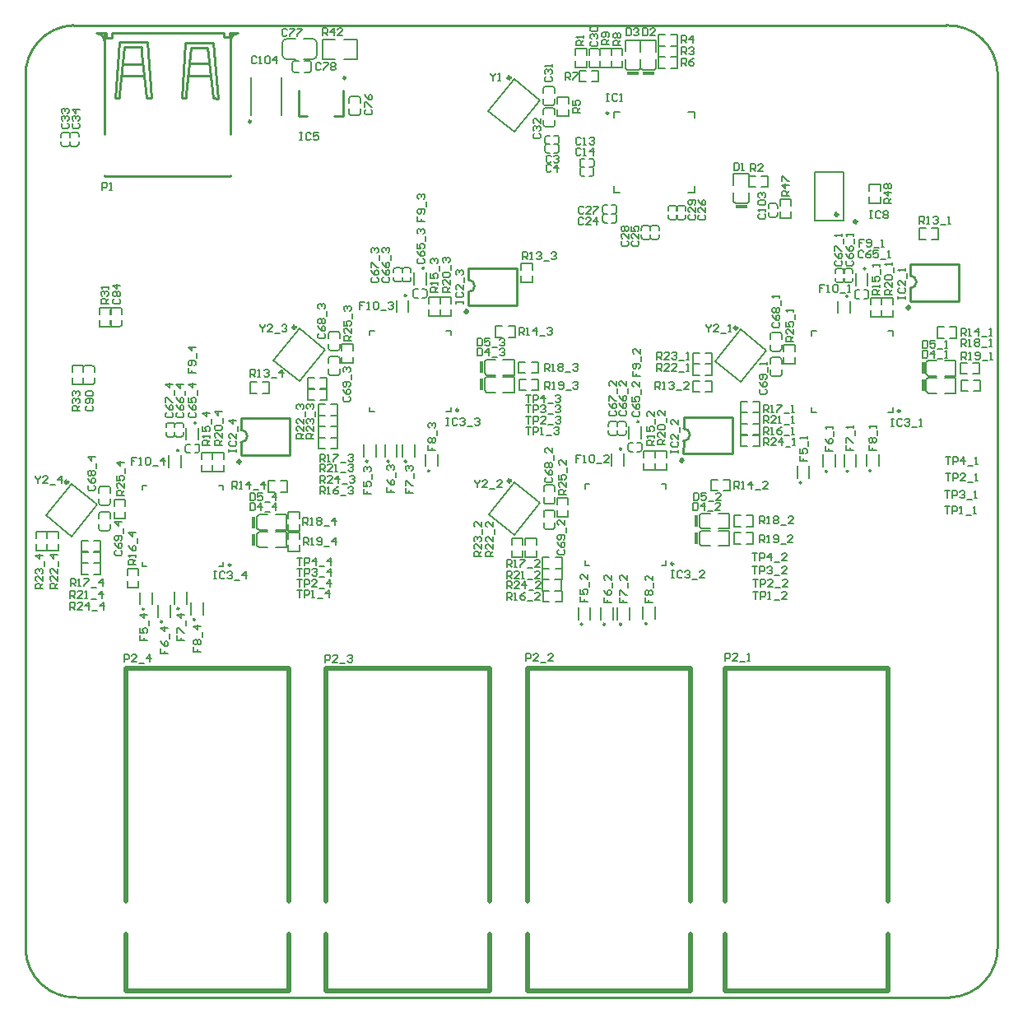
<source format=gto>
G04*
G04 #@! TF.GenerationSoftware,Altium Limited,Altium Designer,21.1.1 (26)*
G04*
G04 Layer_Color=65535*
%FSLAX25Y25*%
%MOIN*%
G70*
G04*
G04 #@! TF.SameCoordinates,1DE770B5-5229-4C7E-BA00-58D6BC8AB395*
G04*
G04*
G04 #@! TF.FilePolarity,Positive*
G04*
G01*
G75*
%ADD10C,0.01000*%
%ADD11C,0.00984*%
%ADD12C,0.01181*%
%ADD13C,0.00787*%
%ADD14C,0.00600*%
%ADD15C,0.00800*%
%ADD16C,0.02000*%
%ADD17C,0.00591*%
%ADD18R,0.04724X0.01181*%
%ADD19R,0.01181X0.04724*%
D10*
X86013Y390512D02*
G03*
X83060Y387559I0J-2953D01*
G01*
X31879Y387559D02*
G03*
X28926Y390512I-2953J0D01*
G01*
X179260Y285600D02*
G03*
X179258Y290700I-1J2550D01*
G01*
X138504Y217170D02*
G03*
X138504Y217170I-284J0D01*
G01*
X61935Y221562D02*
G03*
X61935Y221562I-284J0D01*
G01*
X314120Y208476D02*
G03*
X314120Y208476I-284J0D01*
G01*
X225404Y151170D02*
G03*
X225404Y151170I-284J0D01*
G01*
X48004Y157270D02*
G03*
X48004Y157270I-284J0D01*
G01*
X324479Y213057D02*
G03*
X324479Y213057I-284J0D01*
G01*
X234604Y151170D02*
G03*
X234604Y151170I-284J0D01*
G01*
X147104Y217070D02*
G03*
X147104Y217070I-284J0D01*
G01*
X55304Y152170D02*
G03*
X55304Y152170I-284J0D01*
G01*
X333033Y213136D02*
G03*
X333033Y213136I-284J0D01*
G01*
X241204Y151170D02*
G03*
X241204Y151170I-284J0D01*
G01*
X154134Y217070D02*
G03*
X154134Y217070I-284J0D01*
G01*
X62004Y157470D02*
G03*
X62004Y157470I-284J0D01*
G01*
X342186Y213316D02*
G03*
X342186Y213316I-284J0D01*
G01*
X251468Y151383D02*
G03*
X251468Y151383I-284J0D01*
G01*
X163504Y213270D02*
G03*
X163504Y213270I-284J0D01*
G01*
X68504Y153070D02*
G03*
X68504Y153070I-284J0D01*
G01*
X340100Y295096D02*
G03*
X340100Y295096I-284J0D01*
G01*
X248300Y233196D02*
G03*
X248300Y233196I-284J0D01*
G01*
X161200Y295396D02*
G03*
X161200Y295396I-284J0D01*
G01*
X69035Y232662D02*
G03*
X69035Y232662I-284J0D01*
G01*
X333000Y283997D02*
G03*
X333000Y283997I-284J0D01*
G01*
X241200Y222096D02*
G03*
X241200Y222096I-284J0D01*
G01*
X154100Y284296D02*
G03*
X154100Y284296I-284J0D01*
G01*
X358278Y287231D02*
G03*
X358276Y292331I-1J2550D01*
G01*
X266478Y225331D02*
G03*
X266476Y230431I-1J2550D01*
G01*
X87213Y224796D02*
G03*
X87211Y229896I-1J2550D01*
G01*
X393700Y374400D02*
G03*
X372900Y393700I-20050J-750D01*
G01*
X19300Y393700D02*
G03*
X0Y372900I750J-20050D01*
G01*
Y19300D02*
G03*
X20800Y0I20050J750D01*
G01*
X374400D02*
G03*
X393700Y20800I-750J20050D01*
G01*
X31879Y332638D02*
X83060D01*
Y333123D01*
Y349475D02*
Y390512D01*
X31879Y332638D02*
Y333123D01*
Y349475D02*
Y390512D01*
X83060Y386575D02*
Y387559D01*
X31879Y386300D02*
Y387559D01*
X82762Y390512D02*
X86013D01*
X35028Y390512D02*
X80405Y390512D01*
X28926D02*
X32162D01*
X82762Y388937D02*
Y390512D01*
X80304Y388937D02*
X82762D01*
X80304D02*
Y390512D01*
X32159Y390512D02*
X32669D01*
Y388542D02*
Y390512D01*
Y388542D02*
X35028Y388543D01*
Y390512D01*
X39244Y377924D02*
X47236D01*
X38889Y373160D02*
X47787D01*
X66212Y378203D02*
X74204D01*
X65857Y373439D02*
X74755D01*
X63375Y364134D02*
X64753Y386744D01*
X76104Y386700D01*
X78053Y364121D01*
X76050Y364136D02*
X78053Y364121D01*
X74041Y382011D02*
X76050Y364136D01*
X73745Y384681D02*
X74041Y382011D01*
X66856Y384639D02*
X73745Y384681D01*
X64990Y365827D02*
X66856Y384639D01*
X64872Y364134D02*
X64990Y365827D01*
X63375Y364134D02*
X64872D01*
X36449Y364408D02*
X37827Y387018D01*
X49178Y386974D01*
X51127Y364395D01*
X49124Y364410D02*
X51127Y364395D01*
X47115Y382285D02*
X49124Y364410D01*
X46819Y384955D02*
X47115Y382285D01*
X39930Y384913D02*
X46819Y384955D01*
X38064Y366101D02*
X39930Y384913D01*
X37946Y364408D02*
X38064Y366101D01*
X36449Y364408D02*
X37946D01*
X110545Y357015D02*
Y367252D01*
Y357015D02*
X114088D01*
X125113D02*
X128656D01*
Y367252D01*
X198942Y280420D02*
Y295380D01*
X179258Y290700D02*
Y295380D01*
X179200Y280400D02*
X179258Y285600D01*
Y295380D02*
X198942D01*
X179258Y280420D02*
X198942D01*
X358276Y282050D02*
X377961D01*
X358276Y297011D02*
X377961D01*
X358218Y282031D02*
X358276Y287231D01*
Y292331D02*
Y297011D01*
X377961Y282050D02*
Y297011D01*
X266476Y220150D02*
X286161D01*
X266476Y235111D02*
X286161D01*
X266418Y220131D02*
X266476Y225331D01*
Y230431D02*
Y235111D01*
X286161Y220150D02*
Y235111D01*
X87211Y219616D02*
X106895D01*
X87211Y234576D02*
X106895D01*
X87153Y219596D02*
X87211Y224796D01*
Y229896D02*
Y234576D01*
X106895Y219616D02*
Y234576D01*
X393700Y374400D02*
X393700Y20800D01*
X19300Y393700D02*
X372900D01*
X-0Y372900D02*
X-0Y19300D01*
X20800Y-0D02*
X374400Y0D01*
D11*
X129592Y372391D02*
G03*
X129592Y372391I-492J0D01*
G01*
X236094Y358148D02*
G03*
X236094Y358148I-492J0D01*
G01*
X262389Y175619D02*
G03*
X262389Y175619I-492J0D01*
G01*
X91299Y354764D02*
G03*
X91299Y354764I-492J0D01*
G01*
X83124Y175084D02*
G03*
X83124Y175084I-492J0D01*
G01*
X354189Y237519D02*
G03*
X354189Y237519I-492J0D01*
G01*
X175289Y237819D02*
G03*
X175289Y237819I-492J0D01*
G01*
D12*
X178500Y278300D02*
G03*
X178510Y278300I5J-591D01*
G01*
X336697Y314212D02*
G03*
X336697Y314212I-591J0D01*
G01*
X328996Y317112D02*
G03*
X328996Y317112I-591J0D01*
G01*
X17202Y208695D02*
G03*
X17202Y208695I-591J0D01*
G01*
X357518Y279931D02*
G03*
X357528Y279931I5J-591D01*
G01*
X265718Y218031D02*
G03*
X265728Y218031I5J-591D01*
G01*
X196394Y372481D02*
G03*
X196394Y372481I-591J0D01*
G01*
X288268Y271129D02*
G03*
X288268Y271129I-591J0D01*
G01*
X196468Y209229D02*
G03*
X196468Y209229I-591J0D01*
G01*
X109368Y271429D02*
G03*
X109368Y271429I-591J0D01*
G01*
X86453Y217496D02*
G03*
X86463Y217496I5J-591D01*
G01*
D13*
X21472Y349527D02*
G03*
X20606Y350393I-866J0D01*
G01*
X18794D02*
G03*
X17928Y349527I0J-866D01*
G01*
X20606Y344763D02*
G03*
X21472Y345629I0J866D01*
G01*
X17928D02*
G03*
X18794Y344763I866J0D01*
G01*
X211273Y349072D02*
G03*
X210407Y348205I0J-866D01*
G01*
Y346394D02*
G03*
X211273Y345528I866J0D01*
G01*
X216037Y348205D02*
G03*
X215171Y349072I-866J0D01*
G01*
Y345528D02*
G03*
X216037Y346394I0J866D01*
G01*
X211273Y345572D02*
G03*
X210407Y344706I0J-866D01*
G01*
Y342895D02*
G03*
X211273Y342028I866J0D01*
G01*
X216037Y344706D02*
G03*
X215171Y345572I-866J0D01*
G01*
Y342028D02*
G03*
X216037Y342895I0J866D01*
G01*
X225387Y339728D02*
G03*
X224520Y338861I0J-866D01*
G01*
Y337050D02*
G03*
X225387Y336184I866J0D01*
G01*
X230150Y338861D02*
G03*
X229284Y339728I-866J0D01*
G01*
Y336184D02*
G03*
X230150Y337050I0J866D01*
G01*
X225364Y336228D02*
G03*
X224498Y335361I0J-866D01*
G01*
Y333550D02*
G03*
X225364Y332684I866J0D01*
G01*
X230128Y335361D02*
G03*
X229262Y336228I-866J0D01*
G01*
Y332684D02*
G03*
X230128Y333550I0J866D01*
G01*
X233741Y314652D02*
G03*
X234607Y313786I866J0D01*
G01*
Y317329D02*
G03*
X233741Y316463I0J-866D01*
G01*
X238505Y313786D02*
G03*
X239371Y314652I0J866D01*
G01*
Y316463D02*
G03*
X238505Y317329I-866J0D01*
G01*
X255705Y306963D02*
G03*
X256572Y307829I0J866D01*
G01*
X253028D02*
G03*
X253894Y306963I866J0D01*
G01*
X256572Y311727D02*
G03*
X255705Y312593I-866J0D01*
G01*
X253894D02*
G03*
X253028Y311727I0J-866D01*
G01*
X264637Y320649D02*
G03*
X263771Y319783I0J-866D01*
G01*
X267314D02*
G03*
X266448Y320649I-866J0D01*
G01*
X263771Y315885D02*
G03*
X264637Y315019I866J0D01*
G01*
X266448D02*
G03*
X267314Y315885I0J866D01*
G01*
X233741Y318252D02*
G03*
X234607Y317386I866J0D01*
G01*
Y320929D02*
G03*
X233741Y320063I0J-866D01*
G01*
X238505Y317386D02*
G03*
X239371Y318252I0J866D01*
G01*
Y320063D02*
G03*
X238505Y320929I-866J0D01*
G01*
X252136Y306963D02*
G03*
X253002Y307829I0J866D01*
G01*
X249459D02*
G03*
X250325Y306963I866J0D01*
G01*
X253002Y311727D02*
G03*
X252136Y312593I-866J0D01*
G01*
X250325D02*
G03*
X249459Y311727I0J-866D01*
G01*
X262948Y315041D02*
G03*
X263814Y315907I0J866D01*
G01*
X260271D02*
G03*
X261137Y315041I866J0D01*
G01*
X263814Y319805D02*
G03*
X262948Y320671I-866J0D01*
G01*
X261137D02*
G03*
X260271Y319805I0J-866D01*
G01*
X231798Y376540D02*
G03*
X232664Y377406I0J866D01*
G01*
X228136D02*
G03*
X229002Y376540I866J0D01*
G01*
X232664Y383351D02*
G03*
X231798Y384217I-866J0D01*
G01*
X229002D02*
G03*
X228136Y383351I0J-866D01*
G01*
X210529Y368928D02*
G03*
X209663Y368062I0J-866D01*
G01*
X214191D02*
G03*
X213324Y368928I-866J0D01*
G01*
X209663Y362117D02*
G03*
X210529Y361251I866J0D01*
G01*
X213324D02*
G03*
X214191Y362117I0J866D01*
G01*
X213424Y352605D02*
G03*
X214291Y353471I0J866D01*
G01*
X209763D02*
G03*
X210629Y352605I866J0D01*
G01*
X214291Y359416D02*
G03*
X213424Y360282I-866J0D01*
G01*
X210629D02*
G03*
X209763Y359416I0J-866D01*
G01*
X340584Y282995D02*
G03*
X341450Y283861I0J866D01*
G01*
Y285672D02*
G03*
X340584Y286538I-866J0D01*
G01*
X335820Y283861D02*
G03*
X336687Y282995I866J0D01*
G01*
Y286538D02*
G03*
X335820Y285672I0J-866D01*
G01*
X248784Y221094D02*
G03*
X249650Y221961I0J866D01*
G01*
Y223772D02*
G03*
X248784Y224638I-866J0D01*
G01*
X244020Y221961D02*
G03*
X244887Y221094I866J0D01*
G01*
Y224638D02*
G03*
X244020Y223772I0J-866D01*
G01*
X161684Y283295D02*
G03*
X162550Y284161I0J866D01*
G01*
Y285972D02*
G03*
X161684Y286838I-866J0D01*
G01*
X156920Y284161D02*
G03*
X157787Y283295I866J0D01*
G01*
Y286838D02*
G03*
X156920Y285972I0J-866D01*
G01*
X69519Y220560D02*
G03*
X70385Y221426I0J866D01*
G01*
Y223237D02*
G03*
X69519Y224103I-866J0D01*
G01*
X64755Y221426D02*
G03*
X65621Y220560I866J0D01*
G01*
Y224103D02*
G03*
X64755Y223237I0J-866D01*
G01*
X334972Y294314D02*
G03*
X334106Y295180I-866J0D01*
G01*
X332295D02*
G03*
X331429Y294314I0J-866D01*
G01*
X334106Y289550D02*
G03*
X334972Y290417I0J866D01*
G01*
X331429D02*
G03*
X332295Y289550I866J0D01*
G01*
X243172Y232414D02*
G03*
X242306Y233280I-866J0D01*
G01*
X240495D02*
G03*
X239629Y232414I0J-866D01*
G01*
X242306Y227650D02*
G03*
X243172Y228517I0J866D01*
G01*
X239629D02*
G03*
X240495Y227650I866J0D01*
G01*
X156072Y294614D02*
G03*
X155206Y295480I-866J0D01*
G01*
X153395D02*
G03*
X152529Y294614I0J-866D01*
G01*
X155206Y289850D02*
G03*
X156072Y290717I0J866D01*
G01*
X152529D02*
G03*
X153395Y289850I866J0D01*
G01*
X63907Y231880D02*
G03*
X63041Y232746I-866J0D01*
G01*
X61230D02*
G03*
X60364Y231880I0J-866D01*
G01*
X63041Y227116D02*
G03*
X63907Y227982I0J866D01*
G01*
X60364D02*
G03*
X61230Y227116I866J0D01*
G01*
X331472Y294314D02*
G03*
X330606Y295180I-866J0D01*
G01*
X328795D02*
G03*
X327929Y294314I0J-866D01*
G01*
X330606Y289550D02*
G03*
X331472Y290417I0J866D01*
G01*
X327929D02*
G03*
X328795Y289550I866J0D01*
G01*
X239672Y232414D02*
G03*
X238806Y233280I-866J0D01*
G01*
X236995D02*
G03*
X236129Y232414I0J-866D01*
G01*
X238806Y227650D02*
G03*
X239672Y228517I0J866D01*
G01*
X236129D02*
G03*
X236995Y227650I866J0D01*
G01*
X152572Y294614D02*
G03*
X151706Y295480I-866J0D01*
G01*
X149895D02*
G03*
X149029Y294614I0J-866D01*
G01*
X151706Y289850D02*
G03*
X152572Y290717I0J866D01*
G01*
X149029D02*
G03*
X149895Y289850I866J0D01*
G01*
X60407Y231880D02*
G03*
X59541Y232746I-866J0D01*
G01*
X57730D02*
G03*
X56864Y231880I0J-866D01*
G01*
X59541Y227116D02*
G03*
X60407Y227982I0J866D01*
G01*
X56864D02*
G03*
X57730Y227116I866J0D01*
G01*
X305264Y261735D02*
G03*
X306130Y262601I0J866D01*
G01*
X301602D02*
G03*
X302468Y261735I866J0D01*
G01*
X306130Y268546D02*
G03*
X305264Y269412I-866J0D01*
G01*
X302468D02*
G03*
X301602Y268546I0J-866D01*
G01*
X210668Y207512D02*
G03*
X209802Y206646I0J-866D01*
G01*
X214330D02*
G03*
X213464Y207512I-866J0D01*
G01*
X209802Y200701D02*
G03*
X210668Y199835I866J0D01*
G01*
X213464D02*
G03*
X214330Y200701I0J866D01*
G01*
X123568Y269712D02*
G03*
X122702Y268846I0J-866D01*
G01*
X127230D02*
G03*
X126364Y269712I-866J0D01*
G01*
X122702Y262901D02*
G03*
X123568Y262035I866J0D01*
G01*
X126364D02*
G03*
X127230Y262901I0J866D01*
G01*
X30602Y207039D02*
G03*
X29736Y206172I0J-866D01*
G01*
X34264D02*
G03*
X33398Y207039I-866J0D01*
G01*
X29736Y200228D02*
G03*
X30602Y199361I866J0D01*
G01*
X33398D02*
G03*
X34264Y200228I0J866D01*
G01*
X305264Y251561D02*
G03*
X306130Y252428I0J866D01*
G01*
X301602D02*
G03*
X302468Y251561I866J0D01*
G01*
X306130Y258372D02*
G03*
X305264Y259239I-866J0D01*
G01*
X302468D02*
G03*
X301602Y258372I0J-866D01*
G01*
X213464Y189661D02*
G03*
X214330Y190528I0J866D01*
G01*
X209802D02*
G03*
X210668Y189661I866J0D01*
G01*
X214330Y196472D02*
G03*
X213464Y197339I-866J0D01*
G01*
X210668D02*
G03*
X209802Y196472I0J-866D01*
G01*
X126364Y251861D02*
G03*
X127230Y252728I0J866D01*
G01*
X122702D02*
G03*
X123568Y251861I866J0D01*
G01*
X127230Y258672D02*
G03*
X126364Y259539I-866J0D01*
G01*
X123568D02*
G03*
X122702Y258672I0J-866D01*
G01*
X33398Y189061D02*
G03*
X34264Y189928I0J866D01*
G01*
X29736D02*
G03*
X30602Y189061I866J0D01*
G01*
X34264Y195872D02*
G03*
X33398Y196739I-866J0D01*
G01*
X30602D02*
G03*
X29736Y195872I0J-866D01*
G01*
X131902Y364865D02*
G03*
X131036Y363999I0J-866D01*
G01*
X135564D02*
G03*
X134698Y364865I-866J0D01*
G01*
X131036Y358054D02*
G03*
X131902Y357188I866J0D01*
G01*
X134698D02*
G03*
X135564Y358054I0J866D01*
G01*
X116394Y380025D02*
G03*
X117968Y381600I0J1575D01*
G01*
X117968Y386600D02*
G03*
X116394Y388175I-1575J-0D01*
G01*
X105606Y388175D02*
G03*
X104032Y386600I0J-1575D01*
G01*
X104032Y381600D02*
G03*
X105606Y380025I1575J0D01*
G01*
X108061Y375602D02*
G03*
X108928Y374736I866J0D01*
G01*
Y379264D02*
G03*
X108061Y378398I0J-866D01*
G01*
X114872Y374736D02*
G03*
X115739Y375602I0J866D01*
G01*
Y378398D02*
G03*
X114872Y379264I-866J0D01*
G01*
X38098Y271661D02*
G03*
X38964Y272528I0J866D01*
G01*
X34436D02*
G03*
X35302Y271661I866J0D01*
G01*
X38964Y278472D02*
G03*
X38098Y279339I-866J0D01*
G01*
X35302D02*
G03*
X34436Y278472I0J-866D01*
G01*
X24202Y255839D02*
G03*
X23336Y254972I0J-866D01*
G01*
X27864D02*
G03*
X26998Y255839I-866J0D01*
G01*
X23336Y249028D02*
G03*
X24202Y248161I866J0D01*
G01*
X26998D02*
G03*
X27864Y249028I0J866D01*
G01*
X304472Y320749D02*
G03*
X303606Y321615I-866J0D01*
G01*
X301795D02*
G03*
X300928Y320749I0J-866D01*
G01*
X303606Y315985D02*
G03*
X304472Y316851I0J866D01*
G01*
X300928D02*
G03*
X301795Y315985I866J0D01*
G01*
X17972Y349449D02*
G03*
X17106Y350315I-866J0D01*
G01*
X15294D02*
G03*
X14428Y349449I0J-866D01*
G01*
X17106Y344685D02*
G03*
X17972Y345551I0J866D01*
G01*
X14428D02*
G03*
X15294Y344685I866J0D01*
G01*
X238161Y356179D02*
Y358739D01*
X240721D01*
X268280D02*
X270839D01*
Y356179D02*
Y358739D01*
Y326061D02*
Y328621D01*
X268280Y326061D02*
X270839D01*
X238161D02*
Y328621D01*
Y326061D02*
X240721D01*
X259338Y175028D02*
Y176899D01*
X257468Y175028D02*
X259338D01*
X226464D02*
X228334D01*
X226464D02*
Y176899D01*
Y206032D02*
Y207902D01*
X228334D01*
X259338Y206032D02*
Y207902D01*
X257468D02*
X259338D01*
X292250Y321563D02*
X293010Y322350D01*
X286790D02*
X287550Y321563D01*
X286790Y322350D02*
Y325894D01*
Y333512D02*
X293010D01*
X287550Y321563D02*
X292250D01*
X286790Y329043D02*
Y333512D01*
X293010Y322350D02*
Y325894D01*
Y329043D02*
Y333512D01*
X200636Y289661D02*
X205164D01*
X200636Y297339D02*
X205164D01*
X200636Y289661D02*
Y292319D01*
Y294681D02*
Y297339D01*
X205164Y289661D02*
Y292319D01*
Y294681D02*
Y297339D01*
X18794Y350393D02*
X20606D01*
X21472Y348483D02*
Y349527D01*
X17928Y348483D02*
Y349527D01*
X21472Y345629D02*
Y346672D01*
X17928Y345629D02*
Y346672D01*
X18794Y344763D02*
X20606D01*
X210407Y346394D02*
Y348205D01*
X211273Y349072D02*
X212316D01*
X211273Y345528D02*
X212316D01*
X214128Y349072D02*
X215171D01*
X214128Y345528D02*
X215171D01*
X216037Y346394D02*
Y348205D01*
X210407Y342895D02*
Y344706D01*
X211273Y345572D02*
X212316D01*
X211273Y342028D02*
X212316D01*
X214128Y345572D02*
X215171D01*
X214128Y342028D02*
X215171D01*
X216037Y342895D02*
Y344706D01*
X224520Y337050D02*
Y338861D01*
X225387Y339728D02*
X226430D01*
X225387Y336184D02*
X226430D01*
X228241Y339728D02*
X229284D01*
X228241Y336184D02*
X229284D01*
X230150Y337050D02*
Y338861D01*
X224498Y333550D02*
Y335361D01*
X225364Y336228D02*
X226408D01*
X225364Y332684D02*
X226408D01*
X228219Y336228D02*
X229262D01*
X228219Y332684D02*
X229262D01*
X230128Y333550D02*
Y335361D01*
X233741Y314652D02*
Y316463D01*
X234607Y313786D02*
X235650D01*
X234607Y317329D02*
X235650D01*
X237461Y313786D02*
X238505D01*
X237461Y317329D02*
X238505D01*
X239371Y314652D02*
Y316463D01*
X253894Y306963D02*
X255705D01*
X256572Y307829D02*
Y308872D01*
X253028Y307829D02*
Y308872D01*
X256572Y310683D02*
Y311727D01*
X253028Y310683D02*
Y311727D01*
X253894Y312593D02*
X255705D01*
X264637Y320649D02*
X266448D01*
X263771Y318739D02*
Y319783D01*
X267314Y318739D02*
Y319783D01*
X263771Y315885D02*
Y316928D01*
X267314Y315885D02*
Y316928D01*
X264637Y315019D02*
X266448D01*
X233741Y318252D02*
Y320063D01*
X234607Y317386D02*
X235650D01*
X234607Y320929D02*
X235650D01*
X237461Y317386D02*
X238505D01*
X237461Y320929D02*
X238505D01*
X239371Y318252D02*
Y320063D01*
X250325Y306963D02*
X252136D01*
X253002Y307829D02*
Y308872D01*
X249459Y307829D02*
Y308872D01*
X253002Y310683D02*
Y311727D01*
X249459Y310683D02*
Y311727D01*
X250325Y312593D02*
X252136D01*
X261137Y315041D02*
X262948D01*
X263814Y315907D02*
Y316950D01*
X260271Y315907D02*
Y316950D01*
X263814Y318761D02*
Y319805D01*
X260271Y318761D02*
Y319805D01*
X261137Y320671D02*
X262948D01*
X229002Y376540D02*
X231798D01*
X232664Y377426D02*
Y379198D01*
X228136Y377426D02*
Y379198D01*
X232664Y381560D02*
Y383331D01*
X228136Y381560D02*
Y383331D01*
X229002Y384217D02*
X231798D01*
X210529Y368928D02*
X213324D01*
X209663Y366271D02*
Y368042D01*
X214191Y366271D02*
Y368042D01*
X209663Y362137D02*
Y363909D01*
X214191Y362137D02*
Y363909D01*
X210529Y361251D02*
X213324D01*
X210629Y352605D02*
X213424D01*
X214291Y353490D02*
Y355262D01*
X209763Y353490D02*
Y355262D01*
X214291Y357624D02*
Y359396D01*
X209763Y357624D02*
Y359396D01*
X210629Y360282D02*
X213424D01*
X341450Y283861D02*
Y285672D01*
X339541Y282995D02*
X340584D01*
X339541Y286538D02*
X340584D01*
X336687Y282995D02*
X337730D01*
X336687Y286538D02*
X337730D01*
X335820Y283861D02*
Y285672D01*
X249650Y221961D02*
Y223772D01*
X247741Y221094D02*
X248784D01*
X247741Y224638D02*
X248784D01*
X244887Y221094D02*
X245930D01*
X244887Y224638D02*
X245930D01*
X244020Y221961D02*
Y223772D01*
X162550Y284161D02*
Y285972D01*
X160641Y283295D02*
X161684D01*
X160641Y286838D02*
X161684D01*
X157787Y283295D02*
X158830D01*
X157787Y286838D02*
X158830D01*
X156920Y284161D02*
Y285972D01*
X70385Y221426D02*
Y223237D01*
X68476Y220560D02*
X69519D01*
X68476Y224103D02*
X69519D01*
X65621Y220560D02*
X66664D01*
X65621Y224103D02*
X66664D01*
X64755Y221426D02*
Y223237D01*
X332295Y295180D02*
X334106D01*
X334972Y293271D02*
Y294314D01*
X331429Y293271D02*
Y294314D01*
X334972Y290417D02*
Y291460D01*
X331429Y290417D02*
Y291460D01*
X332295Y289550D02*
X334106D01*
X240495Y233280D02*
X242306D01*
X243172Y231371D02*
Y232414D01*
X239629Y231371D02*
Y232414D01*
X243172Y228517D02*
Y229560D01*
X239629Y228517D02*
Y229560D01*
X240495Y227650D02*
X242306D01*
X153395Y295480D02*
X155206D01*
X156072Y293571D02*
Y294614D01*
X152529Y293571D02*
Y294614D01*
X156072Y290717D02*
Y291760D01*
X152529Y290717D02*
Y291760D01*
X153395Y289850D02*
X155206D01*
X61230Y232746D02*
X63041D01*
X63907Y230836D02*
Y231880D01*
X60364Y230836D02*
Y231880D01*
X63907Y227982D02*
Y229025D01*
X60364Y227982D02*
Y229025D01*
X61230Y227116D02*
X63041D01*
X328795Y295180D02*
X330606D01*
X331472Y293271D02*
Y294314D01*
X327929Y293271D02*
Y294314D01*
X331472Y290417D02*
Y291460D01*
X327929Y290417D02*
Y291460D01*
X328795Y289550D02*
X330606D01*
X236995Y233280D02*
X238806D01*
X239672Y231371D02*
Y232414D01*
X236129Y231371D02*
Y232414D01*
X239672Y228517D02*
Y229560D01*
X236129Y228517D02*
Y229560D01*
X236995Y227650D02*
X238806D01*
X149895Y295480D02*
X151706D01*
X152572Y293571D02*
Y294614D01*
X149029Y293571D02*
Y294614D01*
X152572Y290717D02*
Y291760D01*
X149029Y290717D02*
Y291760D01*
X149895Y289850D02*
X151706D01*
X57730Y232746D02*
X59541D01*
X60407Y230836D02*
Y231880D01*
X56864Y230836D02*
Y231880D01*
X60407Y227982D02*
Y229025D01*
X56864Y227982D02*
Y229025D01*
X57730Y227116D02*
X59541D01*
X302468Y261735D02*
X305264D01*
X306130Y262620D02*
Y264392D01*
X301602Y262620D02*
Y264392D01*
X306130Y266754D02*
Y268526D01*
X301602Y266754D02*
Y268526D01*
X302468Y269412D02*
X305264D01*
X210668Y207512D02*
X213464D01*
X209802Y204854D02*
Y206626D01*
X214330Y204854D02*
Y206626D01*
X209802Y200721D02*
Y202492D01*
X214330Y200721D02*
Y202492D01*
X210668Y199835D02*
X213464D01*
X123568Y269712D02*
X126364D01*
X122702Y267054D02*
Y268826D01*
X127230Y267054D02*
Y268826D01*
X122702Y262920D02*
Y264692D01*
X127230Y262920D02*
Y264692D01*
X123568Y262035D02*
X126364D01*
X30602Y207039D02*
X33398D01*
X29736Y204381D02*
Y206153D01*
X34264Y204381D02*
Y206153D01*
X29736Y200247D02*
Y202019D01*
X34264Y200247D02*
Y202019D01*
X30602Y199361D02*
X33398D01*
X302468Y251561D02*
X305264D01*
X306130Y252447D02*
Y254219D01*
X301602Y252447D02*
Y254219D01*
X306130Y256581D02*
Y258353D01*
X301602Y256581D02*
Y258353D01*
X302468Y259239D02*
X305264D01*
X210668Y189661D02*
X213464D01*
X214330Y190547D02*
Y192319D01*
X209802Y190547D02*
Y192319D01*
X214330Y194681D02*
Y196453D01*
X209802Y194681D02*
Y196453D01*
X210668Y197339D02*
X213464D01*
X123568Y251861D02*
X126364D01*
X127230Y252747D02*
Y254519D01*
X122702Y252747D02*
Y254519D01*
X127230Y256881D02*
Y258653D01*
X122702Y256881D02*
Y258653D01*
X123568Y259539D02*
X126364D01*
X30602Y189061D02*
X33398D01*
X34264Y189947D02*
Y191719D01*
X29736Y189947D02*
Y191719D01*
X34264Y194081D02*
Y195853D01*
X29736Y194081D02*
Y195853D01*
X30602Y196739D02*
X33398D01*
X131902Y364865D02*
X134698D01*
X131036Y362208D02*
Y363980D01*
X135564Y362208D02*
Y363980D01*
X131036Y358074D02*
Y359846D01*
X135564Y358074D02*
Y359846D01*
X131902Y357188D02*
X134698D01*
X117968Y381600D02*
Y386600D01*
X112772Y388175D02*
X116394D01*
X104032Y381600D02*
Y386600D01*
X105606Y388175D02*
X109228D01*
X105606Y380025D02*
X109228D01*
X112772D02*
X116394D01*
X108061Y375602D02*
Y378398D01*
X108947Y374736D02*
X110719D01*
X108947Y379264D02*
X110719D01*
X113081Y374736D02*
X114853D01*
X113081Y379264D02*
X114853D01*
X115739Y375602D02*
Y378398D01*
X35302Y271661D02*
X38098D01*
X38964Y272547D02*
Y274319D01*
X34436Y272547D02*
Y274319D01*
X38964Y276681D02*
Y278453D01*
X34436Y276681D02*
Y278453D01*
X35302Y279339D02*
X38098D01*
X24202Y255839D02*
X26998D01*
X23336Y253181D02*
Y254953D01*
X27864Y253181D02*
Y254953D01*
X23336Y249047D02*
Y250819D01*
X27864Y249047D02*
Y250819D01*
X24202Y248161D02*
X26998D01*
X301795Y321615D02*
X303606D01*
X304472Y319706D02*
Y320749D01*
X300928Y319706D02*
Y320749D01*
X304472Y316851D02*
Y317895D01*
X300928Y316851D02*
Y317895D01*
X301795Y315985D02*
X303606D01*
X103602Y357323D02*
Y372677D01*
X91398Y357323D02*
Y372677D01*
X255310Y383106D02*
Y387575D01*
Y376413D02*
Y379957D01*
X249090Y383106D02*
Y387575D01*
X249850Y375626D02*
X254550D01*
X249090Y387575D02*
X255310D01*
X249090Y376413D02*
Y379957D01*
Y376413D02*
X249850Y375626D01*
X254550D02*
X255310Y376413D01*
X249110Y383130D02*
Y387598D01*
Y376437D02*
Y379980D01*
X242890Y383130D02*
Y387598D01*
X243650Y375650D02*
X248350D01*
X242890Y387598D02*
X249110D01*
X242890Y376437D02*
Y379980D01*
Y376437D02*
X243650Y375650D01*
X248350D02*
X249110Y376437D01*
X364795Y245515D02*
X365583Y244755D01*
X364795Y250216D02*
X365583Y250976D01*
X369126D01*
X376744Y244755D02*
Y250976D01*
X364795Y245515D02*
Y250216D01*
X372276Y250976D02*
X376744D01*
X365583Y244755D02*
X369126D01*
X372276D02*
X376744D01*
X272995Y183615D02*
X273783Y182855D01*
X272995Y188316D02*
X273783Y189076D01*
X277326D01*
X284944Y182855D02*
Y189076D01*
X272995Y183615D02*
Y188316D01*
X280476Y189076D02*
X284944D01*
X273783Y182855D02*
X277326D01*
X280476D02*
X284944D01*
X185895Y245815D02*
X186683Y245055D01*
X185895Y250516D02*
X186683Y251276D01*
X190226D01*
X197844Y245055D02*
Y251276D01*
X185895Y245815D02*
Y250516D01*
X193376Y251276D02*
X197844D01*
X186683Y245055D02*
X190226D01*
X193376D02*
X197844D01*
X93730Y183080D02*
X94517Y182320D01*
X93730Y187781D02*
X94517Y188541D01*
X98061D01*
X105679Y182320D02*
Y188541D01*
X93730Y183080D02*
Y187781D01*
X101210Y188541D02*
X105679D01*
X94517Y182320D02*
X98061D01*
X101210D02*
X105679D01*
X364795Y252515D02*
X365583Y251755D01*
X364795Y257216D02*
X365583Y257976D01*
X369126D01*
X376744Y251755D02*
Y257976D01*
X364795Y252515D02*
Y257216D01*
X372276Y257976D02*
X376744D01*
X365583Y251755D02*
X369126D01*
X372276D02*
X376744D01*
X272995Y190615D02*
X273783Y189855D01*
X272995Y195316D02*
X273783Y196076D01*
X277326D01*
X284944Y189855D02*
Y196076D01*
X272995Y190615D02*
Y195316D01*
X280476Y196076D02*
X284944D01*
X273783Y189855D02*
X277326D01*
X280476D02*
X284944D01*
X185895Y252815D02*
X186683Y252055D01*
X185895Y257516D02*
X186683Y258276D01*
X190226D01*
X197844Y252055D02*
Y258276D01*
X185895Y252815D02*
Y257516D01*
X193376Y258276D02*
X197844D01*
X186683Y252055D02*
X190226D01*
X193376D02*
X197844D01*
X93730Y190080D02*
X94517Y189321D01*
X93730Y194781D02*
X94517Y195541D01*
X98061D01*
X105679Y189321D02*
Y195541D01*
X93730Y190080D02*
Y194781D01*
X101210Y195541D02*
X105679D01*
X94517Y189321D02*
X98061D01*
X101210D02*
X105679D01*
X222636Y376561D02*
X227164D01*
X222636Y384239D02*
X227164D01*
X222636Y376561D02*
Y379219D01*
Y381581D02*
Y384239D01*
X227164Y376561D02*
Y379219D01*
Y381581D02*
Y384239D01*
X292961Y328236D02*
Y332764D01*
X300639Y328236D02*
Y332764D01*
X292961D02*
X295619D01*
X297981D02*
X300639D01*
X292961Y328236D02*
X295619D01*
X297981D02*
X300639D01*
X256288Y380836D02*
Y385364D01*
X263965Y380836D02*
Y385364D01*
X256288D02*
X258946D01*
X261308D02*
X263965D01*
X256288Y380836D02*
X258946D01*
X261308D02*
X263965D01*
X256288Y385436D02*
Y389964D01*
X263965Y385436D02*
Y389964D01*
X256288Y385436D02*
X258946D01*
X261308D02*
X263965D01*
X256288Y389964D02*
X258946D01*
X261308D02*
X263965D01*
X215363Y357078D02*
X219891D01*
X215363Y364755D02*
X219891D01*
X215363Y357078D02*
Y359735D01*
Y362098D02*
Y364755D01*
X219891Y357078D02*
Y359735D01*
Y362098D02*
Y364755D01*
X256288Y376291D02*
Y380819D01*
X263965Y376291D02*
Y380819D01*
X256288D02*
X258946D01*
X261308D02*
X263965D01*
X256288Y376291D02*
X258946D01*
X261308D02*
X263965D01*
X229381Y370915D02*
X232039D01*
X224361D02*
X227019D01*
X229381Y375443D02*
X232039D01*
X224361D02*
X227019D01*
X232039Y370915D02*
Y375443D01*
X224361Y370915D02*
Y375443D01*
X237236Y384217D02*
X241764D01*
X237236Y376540D02*
X241764D01*
Y381560D02*
Y384217D01*
Y376540D02*
Y379198D01*
X237236Y381560D02*
Y384217D01*
Y376540D02*
Y379198D01*
X232736Y384217D02*
X237264D01*
X232736Y376540D02*
X237264D01*
Y381560D02*
Y384217D01*
Y376540D02*
Y379198D01*
X232736Y381560D02*
Y384217D01*
Y376540D02*
Y379198D01*
X367055Y307102D02*
X369713D01*
X362035D02*
X364693D01*
X367055Y311629D02*
X369713D01*
X362035D02*
X364693D01*
X369713Y307102D02*
Y311629D01*
X362035Y307102D02*
Y311629D01*
X275255Y245202D02*
X277913D01*
X270235D02*
X272893D01*
X275255Y249729D02*
X277913D01*
X270235D02*
X272893D01*
X277913Y245202D02*
Y249729D01*
X270235Y245202D02*
Y249729D01*
X95990Y244667D02*
X98647D01*
X90970D02*
X93628D01*
X95990Y249195D02*
X98647D01*
X90970D02*
X93628D01*
X98647Y244667D02*
Y249195D01*
X90970Y244667D02*
Y249195D01*
X369362Y271629D02*
X372020D01*
X374382D02*
X377039D01*
X369362Y267102D02*
X372020D01*
X374382D02*
X377039D01*
X369362D02*
Y271629D01*
X377039Y267102D02*
Y271629D01*
X277562Y209729D02*
X280220D01*
X282582D02*
X285239D01*
X277562Y205202D02*
X280220D01*
X282582D02*
X285239D01*
X277562D02*
Y209729D01*
X285239Y205202D02*
Y209729D01*
X190462Y271929D02*
X193120D01*
X195482D02*
X198139D01*
X190462Y267402D02*
X193120D01*
X195482D02*
X198139D01*
X190462D02*
Y271929D01*
X198139Y267402D02*
Y271929D01*
X98297Y209194D02*
X100954D01*
X103316D02*
X105974D01*
X98297Y204667D02*
X100954D01*
X103316D02*
X105974D01*
X98297D02*
Y209194D01*
X105974Y204667D02*
Y209194D01*
X346765Y280546D02*
Y283204D01*
Y275527D02*
Y278184D01*
X342237Y280546D02*
Y283204D01*
Y275527D02*
Y278184D01*
Y283204D02*
X346765D01*
X342237Y275527D02*
X346765D01*
X254965Y218647D02*
Y221304D01*
Y213627D02*
Y216284D01*
X250437Y218647D02*
Y221304D01*
Y213627D02*
Y216284D01*
Y221304D02*
X254965D01*
X250437Y213627D02*
X254965D01*
X167865Y280847D02*
Y283504D01*
Y275827D02*
Y278484D01*
X163337Y280847D02*
Y283504D01*
Y275827D02*
Y278484D01*
Y283504D02*
X167865D01*
X163337Y275827D02*
X167865D01*
X75699Y218112D02*
Y220769D01*
Y213092D02*
Y215750D01*
X71172Y218112D02*
Y220769D01*
Y213092D02*
Y215750D01*
Y220769D02*
X75699D01*
X71172Y213092D02*
X75699D01*
X294682Y227802D02*
X297339D01*
X289662D02*
X292320D01*
X294682Y232329D02*
X297339D01*
X289662D02*
X292320D01*
X297339Y227802D02*
Y232329D01*
X289662Y227802D02*
Y232329D01*
X214486Y160136D02*
X217144D01*
X209467D02*
X212124D01*
X214486Y164663D02*
X217144D01*
X209467D02*
X212124D01*
X217144Y160136D02*
Y164663D01*
X209467Y160136D02*
Y164663D01*
X118501Y222166D02*
Y226694D01*
X126179Y222166D02*
Y226694D01*
X118501D02*
X121159D01*
X123521D02*
X126179D01*
X118501Y222166D02*
X121159D01*
X123521D02*
X126179D01*
X45664Y171081D02*
Y173739D01*
Y166061D02*
Y168719D01*
X41136Y171081D02*
Y173739D01*
Y166061D02*
Y168719D01*
Y173739D02*
X45664D01*
X41136Y166061D02*
X45664D01*
X294682Y236802D02*
X297339D01*
X289662D02*
X292320D01*
X294682Y241329D02*
X297339D01*
X289662D02*
X292320D01*
X297339Y236802D02*
Y241329D01*
X289662Y236802D02*
Y241329D01*
X214482Y173702D02*
X217139D01*
X209462D02*
X212120D01*
X214482Y178229D02*
X217139D01*
X209462D02*
X212120D01*
X217139Y173702D02*
Y178229D01*
X209462Y173702D02*
Y178229D01*
X118562Y235702D02*
Y240229D01*
X126239Y235702D02*
Y240229D01*
X118562D02*
X121220D01*
X123582D02*
X126239D01*
X118562Y235702D02*
X121220D01*
X123582D02*
X126239D01*
X27708Y180436D02*
X30365D01*
X22688D02*
X25346D01*
X27708Y184964D02*
X30365D01*
X22688D02*
X25346D01*
X30365Y180436D02*
Y184964D01*
X22688Y180436D02*
Y184964D01*
X378689Y257129D02*
X381347D01*
X383709D02*
X386366D01*
X378689Y252602D02*
X381347D01*
X383709D02*
X386366D01*
X378689D02*
Y257129D01*
X386366Y252602D02*
Y257129D01*
X286889Y195229D02*
X289546D01*
X291909D02*
X294566D01*
X286889Y190702D02*
X289546D01*
X291909D02*
X294566D01*
X286889D02*
Y195229D01*
X294566Y190702D02*
Y195229D01*
X199789Y257429D02*
X202447D01*
X204809D02*
X207466D01*
X199789Y252902D02*
X202447D01*
X204809D02*
X207466D01*
X199789D02*
Y257429D01*
X207466Y252902D02*
Y257429D01*
X110964Y193954D02*
Y196612D01*
Y188935D02*
Y191592D01*
X106436Y193954D02*
Y196612D01*
Y188935D02*
Y191592D01*
Y196612D02*
X110964D01*
X106436Y188935D02*
X110964D01*
X378862Y250129D02*
X381520D01*
X383882D02*
X386539D01*
X378862Y245602D02*
X381520D01*
X383882D02*
X386539D01*
X378862D02*
Y250129D01*
X386539Y245602D02*
Y250129D01*
X287062Y188229D02*
X289720D01*
X292082D02*
X294739D01*
X287062Y183702D02*
X289720D01*
X292082D02*
X294739D01*
X287062D02*
Y188229D01*
X294739Y183702D02*
Y188229D01*
X199962Y250429D02*
X202620D01*
X204982D02*
X207639D01*
X199962Y245902D02*
X202620D01*
X204982D02*
X207639D01*
X199962D02*
Y250429D01*
X207639Y245902D02*
Y250429D01*
X106436Y180488D02*
Y183146D01*
Y185508D02*
Y188165D01*
X110964Y180488D02*
Y183146D01*
Y185508D02*
Y188165D01*
X106436Y180488D02*
X110964D01*
X106436Y188165D02*
X110964D01*
X346737Y275527D02*
Y278184D01*
Y280546D02*
Y283204D01*
X351265Y275527D02*
Y278184D01*
Y280546D02*
Y283204D01*
X346737Y275527D02*
X351265D01*
X346737Y283204D02*
X351265D01*
X254937Y213627D02*
Y216284D01*
Y218647D02*
Y221304D01*
X259465Y213627D02*
Y216284D01*
Y218647D02*
Y221304D01*
X254937Y213627D02*
X259465D01*
X254937Y221304D02*
X259465D01*
X167837Y275827D02*
Y278484D01*
Y280847D02*
Y283504D01*
X172365Y275827D02*
Y278484D01*
Y280847D02*
Y283504D01*
X167837Y275827D02*
X172365D01*
X167837Y283504D02*
X172365D01*
X75672Y213092D02*
Y215750D01*
Y218112D02*
Y220769D01*
X80199Y213092D02*
Y215750D01*
Y218112D02*
Y220769D01*
X75672Y213092D02*
X80199D01*
X75672Y220769D02*
X80199D01*
X294682Y232302D02*
X297339D01*
X289662D02*
X292320D01*
X294682Y236829D02*
X297339D01*
X289662D02*
X292320D01*
X297339Y232302D02*
Y236829D01*
X289662Y232302D02*
Y236829D01*
X214482Y169202D02*
X217139D01*
X209462D02*
X212120D01*
X214482Y173729D02*
X217139D01*
X209462D02*
X212120D01*
X217139Y169202D02*
Y173729D01*
X209462Y169202D02*
Y173729D01*
X118562Y231202D02*
Y235729D01*
X126239Y231202D02*
Y235729D01*
X118562D02*
X121220D01*
X123582D02*
X126239D01*
X118562Y231202D02*
X121220D01*
X123582D02*
X126239D01*
X27708Y175936D02*
X30365D01*
X22688D02*
X25346D01*
X27708Y180464D02*
X30365D01*
X22688D02*
X25346D01*
X30365Y175936D02*
Y180464D01*
X22688Y175936D02*
Y180464D01*
X275208Y252070D02*
X277865D01*
X270188D02*
X272846D01*
X275208Y256598D02*
X277865D01*
X270188D02*
X272846D01*
X277865Y252070D02*
Y256598D01*
X270188Y252070D02*
Y256598D01*
X206830Y183308D02*
Y185965D01*
Y178288D02*
Y180946D01*
X202302Y183308D02*
Y185965D01*
Y178288D02*
Y180946D01*
Y185965D02*
X206830D01*
X202302Y178288D02*
X206830D01*
X119174Y241934D02*
X121832D01*
X114155D02*
X116812D01*
X119174Y246462D02*
X121832D01*
X114155D02*
X116812D01*
X121832Y241934D02*
Y246462D01*
X114155Y241934D02*
Y246462D01*
X8736Y188765D02*
X13264D01*
X8736Y181088D02*
X13264D01*
Y186108D02*
Y188765D01*
Y181088D02*
Y183746D01*
X8736Y186108D02*
Y188765D01*
Y181088D02*
Y183746D01*
X270198Y261124D02*
X272856D01*
X275218D02*
X277876D01*
X270198Y256596D02*
X272856D01*
X275218D02*
X277876D01*
X270198D02*
Y261124D01*
X277876Y256596D02*
Y261124D01*
X196902Y178261D02*
Y180919D01*
Y183281D02*
Y185939D01*
X201430Y178261D02*
Y180919D01*
Y183281D02*
Y185939D01*
X196902Y178261D02*
X201430D01*
X196902Y185939D02*
X201430D01*
X114161Y250998D02*
X116819D01*
X119181D02*
X121839D01*
X114161Y246470D02*
X116819D01*
X119181D02*
X121839D01*
X114161D02*
Y250998D01*
X121839Y246470D02*
Y250998D01*
X4136Y181061D02*
X8664D01*
X4136Y188739D02*
X8664D01*
X4136Y181061D02*
Y183719D01*
Y186081D02*
Y188739D01*
X8664Y181061D02*
Y183719D01*
Y186081D02*
Y188739D01*
X294661Y223201D02*
X297318D01*
X289641D02*
X292299D01*
X294661Y227728D02*
X297318D01*
X289641D02*
X292299D01*
X297318Y223201D02*
Y227728D01*
X289641Y223201D02*
Y227728D01*
X214451Y164682D02*
X217108D01*
X209431D02*
X212089D01*
X214451Y169210D02*
X217108D01*
X209431D02*
X212089D01*
X217108Y164682D02*
Y169210D01*
X209431Y164682D02*
Y169210D01*
X118529Y226705D02*
Y231233D01*
X126206Y226705D02*
Y231233D01*
X118529D02*
X121186D01*
X123549D02*
X126206D01*
X118529Y226705D02*
X121186D01*
X123549D02*
X126206D01*
X22661Y171436D02*
Y175964D01*
X30339Y171436D02*
Y175964D01*
X22661D02*
X25319D01*
X27681D02*
X30339D01*
X22661Y171436D02*
X25319D01*
X27681D02*
X30339D01*
X311499Y261521D02*
Y264178D01*
Y256501D02*
Y259158D01*
X306972Y261521D02*
Y264178D01*
Y256501D02*
Y259158D01*
Y264178D02*
X311499D01*
X306972Y256501D02*
X311499D01*
X219699Y199620D02*
Y202278D01*
Y194601D02*
Y197258D01*
X215172Y199620D02*
Y202278D01*
Y194601D02*
Y197258D01*
Y202278D02*
X219699D01*
X215172Y194601D02*
X219699D01*
X132599Y261821D02*
Y264478D01*
Y256801D02*
Y259458D01*
X128072Y261821D02*
Y264478D01*
Y256801D02*
Y259458D01*
Y264478D02*
X132599D01*
X128072Y256801D02*
X132599D01*
X40434Y199086D02*
Y201743D01*
Y194066D02*
Y196724D01*
X35906Y199086D02*
Y201743D01*
Y194066D02*
Y196724D01*
Y201743D02*
X40434D01*
X35906Y194066D02*
X40434D01*
X29936Y271688D02*
Y274346D01*
Y276708D02*
Y279365D01*
X34464Y271688D02*
Y274346D01*
Y276708D02*
Y279365D01*
X29936Y271688D02*
X34464D01*
X29936Y279365D02*
X34464D01*
X23364Y253181D02*
Y255839D01*
Y248161D02*
Y250819D01*
X18836Y253181D02*
Y255839D01*
Y248161D02*
Y250819D01*
Y255839D02*
X23364D01*
X18836Y248161D02*
X23364D01*
X128972Y379925D02*
X134169D01*
X120231D02*
X125428D01*
X120231Y388075D02*
X125428D01*
X128972D02*
X134169D01*
Y379925D02*
Y388075D01*
X120231Y379925D02*
Y388075D01*
X305536Y315561D02*
X310064D01*
X305536Y323239D02*
X310064D01*
X305536Y315561D02*
Y318219D01*
Y320581D02*
Y323239D01*
X310064Y315561D02*
Y318219D01*
Y320581D02*
Y323239D01*
X341636Y329239D02*
X346164D01*
X341636Y321561D02*
X346164D01*
Y326581D02*
Y329239D01*
Y321561D02*
Y324219D01*
X341636Y326581D02*
Y329239D01*
Y321561D02*
Y324219D01*
X15294Y350315D02*
X17106D01*
X17972Y348406D02*
Y349449D01*
X14428Y348406D02*
Y349449D01*
X17972Y345551D02*
Y346595D01*
X14428Y345551D02*
Y346595D01*
X15294Y344685D02*
X17106D01*
X80072Y174494D02*
Y176364D01*
X78202Y174494D02*
X80072D01*
X47198D02*
X49068D01*
X47198D02*
Y176364D01*
Y205498D02*
Y207368D01*
X49068D01*
X80072Y205498D02*
Y207368D01*
X78202D02*
X80072D01*
X351138Y236928D02*
Y238798D01*
X349268Y236928D02*
X351138D01*
X318264D02*
X320134D01*
X318264D02*
Y238798D01*
Y267932D02*
Y269802D01*
X320134D01*
X351138Y267932D02*
Y269802D01*
X349268D02*
X351138D01*
X170368Y270102D02*
X172238D01*
Y268232D02*
Y270102D01*
X139364D02*
X141234D01*
X139364Y268232D02*
Y270102D01*
Y237228D02*
Y239098D01*
Y237228D02*
X141234D01*
X170368D02*
X172238D01*
Y239098D01*
D14*
X331367Y314784D02*
Y334439D01*
X319545D02*
X331367D01*
X319545Y314784D02*
Y334439D01*
Y314784D02*
X331367D01*
X116700Y226400D02*
X113701D01*
Y227900D01*
X114201Y228399D01*
X115201D01*
X115700Y227900D01*
Y226400D01*
Y227400D02*
X116700Y228399D01*
Y231398D02*
Y229399D01*
X114701Y231398D01*
X114201D01*
X113701Y230898D01*
Y229899D01*
X114201Y229399D01*
Y232398D02*
X113701Y232898D01*
Y233898D01*
X114201Y234397D01*
X114701D01*
X115201Y233898D01*
Y233398D01*
Y233898D01*
X115700Y234397D01*
X116200D01*
X116700Y233898D01*
Y232898D01*
X116200Y232398D01*
X117200Y235397D02*
Y237396D01*
X114201Y238396D02*
X113701Y238896D01*
Y239896D01*
X114201Y240395D01*
X114701D01*
X115201Y239896D01*
Y239396D01*
Y239896D01*
X115700Y240395D01*
X116200D01*
X116700Y239896D01*
Y238896D01*
X116200Y238396D01*
X212899Y336799D02*
X212400Y337299D01*
X211400D01*
X210900Y336799D01*
Y334800D01*
X211400Y334300D01*
X212400D01*
X212899Y334800D01*
X215399Y334300D02*
Y337299D01*
X213899Y335800D01*
X215898D01*
X39902Y135850D02*
Y138849D01*
X41401D01*
X41901Y138350D01*
Y137350D01*
X41401Y136850D01*
X39902D01*
X44900Y135850D02*
X42901D01*
X44900Y137850D01*
Y138350D01*
X44400Y138849D01*
X43401D01*
X42901Y138350D01*
X45900Y135351D02*
X47899D01*
X50398Y135850D02*
Y138849D01*
X48899Y137350D01*
X50898D01*
X121302Y135750D02*
Y138749D01*
X122801D01*
X123301Y138250D01*
Y137250D01*
X122801Y136750D01*
X121302D01*
X126300Y135750D02*
X124301D01*
X126300Y137750D01*
Y138250D01*
X125800Y138749D01*
X124801D01*
X124301Y138250D01*
X127300Y135251D02*
X129299D01*
X130299Y138250D02*
X130799Y138749D01*
X131798D01*
X132298Y138250D01*
Y137750D01*
X131798Y137250D01*
X131299D01*
X131798D01*
X132298Y136750D01*
Y136250D01*
X131798Y135750D01*
X130799D01*
X130299Y136250D01*
X202702Y136150D02*
Y139149D01*
X204201D01*
X204701Y138650D01*
Y137650D01*
X204201Y137150D01*
X202702D01*
X207700Y136150D02*
X205701D01*
X207700Y138150D01*
Y138650D01*
X207200Y139149D01*
X206201D01*
X205701Y138650D01*
X208700Y135651D02*
X210699D01*
X213698Y136150D02*
X211699D01*
X213698Y138150D01*
Y138650D01*
X213198Y139149D01*
X212199D01*
X211699Y138650D01*
X283302Y136350D02*
Y139349D01*
X284801D01*
X285301Y138850D01*
Y137850D01*
X284801Y137350D01*
X283302D01*
X288300Y136350D02*
X286301D01*
X288300Y138350D01*
Y138850D01*
X287800Y139349D01*
X286801D01*
X286301Y138850D01*
X289300Y135851D02*
X291299D01*
X292299Y136350D02*
X293298D01*
X292798D01*
Y139349D01*
X292299Y138850D01*
X261552Y172949D02*
X262552D01*
X262052D01*
Y169950D01*
X261552D01*
X262552D01*
X266051Y172450D02*
X265551Y172949D01*
X264551D01*
X264051Y172450D01*
Y170450D01*
X264551Y169950D01*
X265551D01*
X266051Y170450D01*
X267050Y172450D02*
X267550Y172949D01*
X268550D01*
X269050Y172450D01*
Y171950D01*
X268550Y171450D01*
X268050D01*
X268550D01*
X269050Y170950D01*
Y170450D01*
X268550Y169950D01*
X267550D01*
X267050Y170450D01*
X270049Y169451D02*
X272049D01*
X275048Y169950D02*
X273048D01*
X275048Y171950D01*
Y172450D01*
X274548Y172949D01*
X273548D01*
X273048Y172450D01*
X170333Y234712D02*
X171333D01*
X170833D01*
Y231713D01*
X170333D01*
X171333D01*
X174832Y234212D02*
X174332Y234712D01*
X173332D01*
X172832Y234212D01*
Y232212D01*
X173332Y231713D01*
X174332D01*
X174832Y232212D01*
X175831Y234212D02*
X176331Y234712D01*
X177331D01*
X177831Y234212D01*
Y233712D01*
X177331Y233212D01*
X176831D01*
X177331D01*
X177831Y232712D01*
Y232212D01*
X177331Y231713D01*
X176331D01*
X175831Y232212D01*
X178830Y231213D02*
X180830D01*
X181829Y234212D02*
X182329Y234712D01*
X183329D01*
X183829Y234212D01*
Y233712D01*
X183329Y233212D01*
X182829D01*
X183329D01*
X183829Y232712D01*
Y232212D01*
X183329Y231713D01*
X182329D01*
X181829Y232212D01*
X235200Y366099D02*
X236200D01*
X235700D01*
Y363100D01*
X235200D01*
X236200D01*
X239699Y365599D02*
X239199Y366099D01*
X238199D01*
X237699Y365599D01*
Y363600D01*
X238199Y363100D01*
X239199D01*
X239699Y363600D01*
X240698Y363100D02*
X241698D01*
X241198D01*
Y366099D01*
X240698Y365599D01*
X350552Y234449D02*
X351552D01*
X351052D01*
Y231450D01*
X350552D01*
X351552D01*
X355051Y233950D02*
X354551Y234449D01*
X353551D01*
X353051Y233950D01*
Y231950D01*
X353551Y231450D01*
X354551D01*
X355051Y231950D01*
X356050Y233950D02*
X356550Y234449D01*
X357550D01*
X358050Y233950D01*
Y233450D01*
X357550Y232950D01*
X357050D01*
X357550D01*
X358050Y232450D01*
Y231950D01*
X357550Y231450D01*
X356550D01*
X356050Y231950D01*
X359049Y230951D02*
X361049D01*
X362048Y231450D02*
X363048D01*
X362548D01*
Y234449D01*
X362048Y233950D01*
X76152Y172549D02*
X77152D01*
X76652D01*
Y169550D01*
X76152D01*
X77152D01*
X80651Y172050D02*
X80151Y172549D01*
X79151D01*
X78651Y172050D01*
Y170050D01*
X79151Y169550D01*
X80151D01*
X80651Y170050D01*
X81650Y172050D02*
X82150Y172549D01*
X83150D01*
X83650Y172050D01*
Y171550D01*
X83150Y171050D01*
X82650D01*
X83150D01*
X83650Y170550D01*
Y170050D01*
X83150Y169550D01*
X82150D01*
X81650Y170050D01*
X84649Y169051D02*
X86649D01*
X89148Y169550D02*
Y172549D01*
X87648Y171050D01*
X89648D01*
X174201Y281100D02*
Y282100D01*
Y281600D01*
X177200D01*
Y281100D01*
Y282100D01*
X174701Y285598D02*
X174201Y285099D01*
Y284099D01*
X174701Y283599D01*
X176700D01*
X177200Y284099D01*
Y285099D01*
X176700Y285598D01*
X177200Y288598D02*
Y286598D01*
X175201Y288598D01*
X174701D01*
X174201Y288098D01*
Y287098D01*
X174701Y286598D01*
X177700Y289597D02*
Y291597D01*
X174701Y292596D02*
X174201Y293096D01*
Y294096D01*
X174701Y294596D01*
X175201D01*
X175700Y294096D01*
Y293596D01*
Y294096D01*
X176200Y294596D01*
X176700D01*
X177200Y294096D01*
Y293096D01*
X176700Y292596D01*
X82401Y220800D02*
Y221800D01*
Y221300D01*
X85400D01*
Y220800D01*
Y221800D01*
X82901Y225299D02*
X82401Y224799D01*
Y223799D01*
X82901Y223299D01*
X84900D01*
X85400Y223799D01*
Y224799D01*
X84900Y225299D01*
X85400Y228298D02*
Y226298D01*
X83401Y228298D01*
X82901D01*
X82401Y227798D01*
Y226798D01*
X82901Y226298D01*
X85900Y229297D02*
Y231297D01*
X85400Y233796D02*
X82401D01*
X83900Y232296D01*
Y234296D01*
X136901Y205899D02*
Y203900D01*
X138400D01*
Y204900D01*
Y203900D01*
X139900D01*
X136901Y208898D02*
Y206899D01*
X138400D01*
X137901Y207899D01*
Y208399D01*
X138400Y208898D01*
X139400D01*
X139900Y208399D01*
Y207399D01*
X139400Y206899D01*
X140400Y209898D02*
Y211897D01*
X137401Y212897D02*
X136901Y213397D01*
Y214397D01*
X137401Y214896D01*
X137901D01*
X138400Y214397D01*
Y213897D01*
Y214397D01*
X138900Y214896D01*
X139400D01*
X139900Y214397D01*
Y213397D01*
X139400Y212897D01*
X286800Y338099D02*
Y335100D01*
X288299D01*
X288799Y335600D01*
Y337599D01*
X288299Y338099D01*
X286800D01*
X289799Y335100D02*
X290799D01*
X290299D01*
Y338099D01*
X289799Y337599D01*
X31100Y327000D02*
Y329999D01*
X32599D01*
X33099Y329499D01*
Y328500D01*
X32599Y328000D01*
X31100D01*
X34099Y327000D02*
X35099D01*
X34599D01*
Y329999D01*
X34099Y329499D01*
X201400Y298800D02*
Y301799D01*
X202900D01*
X203399Y301299D01*
Y300300D01*
X202900Y299800D01*
X201400D01*
X202400D02*
X203399Y298800D01*
X204399D02*
X205399D01*
X204899D01*
Y301799D01*
X204399Y301299D01*
X206898D02*
X207398Y301799D01*
X208398D01*
X208898Y301299D01*
Y300799D01*
X208398Y300300D01*
X207898D01*
X208398D01*
X208898Y299800D01*
Y299300D01*
X208398Y298800D01*
X207398D01*
X206898Y299300D01*
X209897Y298300D02*
X211897D01*
X212896Y301299D02*
X213396Y301799D01*
X214396D01*
X214896Y301299D01*
Y300799D01*
X214396Y300300D01*
X213896D01*
X214396D01*
X214896Y299800D01*
Y299300D01*
X214396Y298800D01*
X213396D01*
X212896Y299300D01*
X294400Y179899D02*
X296399D01*
X295400D01*
Y176900D01*
X297399D02*
Y179899D01*
X298899D01*
X299398Y179399D01*
Y178400D01*
X298899Y177900D01*
X297399D01*
X301898Y176900D02*
Y179899D01*
X300398Y178400D01*
X302397D01*
X303397Y176400D02*
X305396D01*
X308396Y176900D02*
X306396D01*
X308396Y178899D01*
Y179399D01*
X307896Y179899D01*
X306896D01*
X306396Y179399D01*
X294400Y174599D02*
X296399D01*
X295400D01*
Y171600D01*
X297399D02*
Y174599D01*
X298899D01*
X299398Y174099D01*
Y173100D01*
X298899Y172600D01*
X297399D01*
X300398Y174099D02*
X300898Y174599D01*
X301898D01*
X302397Y174099D01*
Y173599D01*
X301898Y173100D01*
X301398D01*
X301898D01*
X302397Y172600D01*
Y172100D01*
X301898Y171600D01*
X300898D01*
X300398Y172100D01*
X303397Y171100D02*
X305396D01*
X308396Y171600D02*
X306396D01*
X308396Y173599D01*
Y174099D01*
X307896Y174599D01*
X306896D01*
X306396Y174099D01*
X294600Y169399D02*
X296599D01*
X295600D01*
Y166400D01*
X297599D02*
Y169399D01*
X299098D01*
X299598Y168899D01*
Y167900D01*
X299098Y167400D01*
X297599D01*
X302597Y166400D02*
X300598D01*
X302597Y168399D01*
Y168899D01*
X302098Y169399D01*
X301098D01*
X300598Y168899D01*
X303597Y165900D02*
X305596D01*
X308595Y166400D02*
X306596D01*
X308595Y168399D01*
Y168899D01*
X308096Y169399D01*
X307096D01*
X306596Y168899D01*
X294700Y164299D02*
X296699D01*
X295700D01*
Y161300D01*
X297699D02*
Y164299D01*
X299199D01*
X299698Y163799D01*
Y162800D01*
X299199Y162300D01*
X297699D01*
X300698Y161300D02*
X301698D01*
X301198D01*
Y164299D01*
X300698Y163799D01*
X303197Y160800D02*
X305197D01*
X308196Y161300D02*
X306196D01*
X308196Y163299D01*
Y163799D01*
X307696Y164299D01*
X306696D01*
X306196Y163799D01*
X110000Y177999D02*
X111999D01*
X111000D01*
Y175000D01*
X112999D02*
Y177999D01*
X114499D01*
X114998Y177499D01*
Y176499D01*
X114499Y176000D01*
X112999D01*
X117498Y175000D02*
Y177999D01*
X115998Y176499D01*
X117997D01*
X118997Y174500D02*
X120996D01*
X123496Y175000D02*
Y177999D01*
X121996Y176499D01*
X123995D01*
X202500Y243999D02*
X204499D01*
X203500D01*
Y241000D01*
X205499D02*
Y243999D01*
X206998D01*
X207498Y243499D01*
Y242499D01*
X206998Y242000D01*
X205499D01*
X209998Y241000D02*
Y243999D01*
X208498Y242499D01*
X210497D01*
X211497Y240500D02*
X213496D01*
X214496Y243499D02*
X214996Y243999D01*
X215996D01*
X216495Y243499D01*
Y242999D01*
X215996Y242499D01*
X215496D01*
X215996D01*
X216495Y242000D01*
Y241500D01*
X215996Y241000D01*
X214996D01*
X214496Y241500D01*
X372500Y218899D02*
X374499D01*
X373500D01*
Y215900D01*
X375499D02*
Y218899D01*
X376998D01*
X377498Y218399D01*
Y217400D01*
X376998Y216900D01*
X375499D01*
X379998Y215900D02*
Y218899D01*
X378498Y217400D01*
X380497D01*
X381497Y215400D02*
X383496D01*
X384496Y215900D02*
X385496D01*
X384996D01*
Y218899D01*
X384496Y218399D01*
X110000Y173699D02*
X111999D01*
X111000D01*
Y170700D01*
X112999D02*
Y173699D01*
X114499D01*
X114998Y173199D01*
Y172199D01*
X114499Y171700D01*
X112999D01*
X115998Y173199D02*
X116498Y173699D01*
X117498D01*
X117997Y173199D01*
Y172699D01*
X117498Y172199D01*
X116998D01*
X117498D01*
X117997Y171700D01*
Y171200D01*
X117498Y170700D01*
X116498D01*
X115998Y171200D01*
X118997Y170200D02*
X120996D01*
X123496Y170700D02*
Y173699D01*
X121996Y172199D01*
X123995D01*
X202600Y239899D02*
X204599D01*
X203600D01*
Y236900D01*
X205599D02*
Y239899D01*
X207099D01*
X207598Y239399D01*
Y238400D01*
X207099Y237900D01*
X205599D01*
X208598Y239399D02*
X209098Y239899D01*
X210098D01*
X210597Y239399D01*
Y238899D01*
X210098Y238400D01*
X209598D01*
X210098D01*
X210597Y237900D01*
Y237400D01*
X210098Y236900D01*
X209098D01*
X208598Y237400D01*
X211597Y236400D02*
X213596D01*
X214596Y239399D02*
X215096Y239899D01*
X216096D01*
X216596Y239399D01*
Y238899D01*
X216096Y238400D01*
X215596D01*
X216096D01*
X216596Y237900D01*
Y237400D01*
X216096Y236900D01*
X215096D01*
X214596Y237400D01*
X372300Y205199D02*
X374299D01*
X373300D01*
Y202200D01*
X375299D02*
Y205199D01*
X376799D01*
X377298Y204699D01*
Y203699D01*
X376799Y203200D01*
X375299D01*
X378298Y204699D02*
X378798Y205199D01*
X379798D01*
X380297Y204699D01*
Y204199D01*
X379798Y203699D01*
X379298D01*
X379798D01*
X380297Y203200D01*
Y202700D01*
X379798Y202200D01*
X378798D01*
X378298Y202700D01*
X381297Y201700D02*
X383296D01*
X384296Y202200D02*
X385296D01*
X384796D01*
Y205199D01*
X384296Y204699D01*
X109900Y169199D02*
X111899D01*
X110900D01*
Y166200D01*
X112899D02*
Y169199D01*
X114399D01*
X114898Y168699D01*
Y167700D01*
X114399Y167200D01*
X112899D01*
X117897Y166200D02*
X115898D01*
X117897Y168199D01*
Y168699D01*
X117398Y169199D01*
X116398D01*
X115898Y168699D01*
X118897Y165700D02*
X120896D01*
X123396Y166200D02*
Y169199D01*
X121896Y167700D01*
X123896D01*
X202700Y235399D02*
X204699D01*
X203700D01*
Y232400D01*
X205699D02*
Y235399D01*
X207199D01*
X207698Y234899D01*
Y233899D01*
X207199Y233400D01*
X205699D01*
X210697Y232400D02*
X208698D01*
X210697Y234399D01*
Y234899D01*
X210198Y235399D01*
X209198D01*
X208698Y234899D01*
X211697Y231900D02*
X213696D01*
X214696Y234899D02*
X215196Y235399D01*
X216196D01*
X216695Y234899D01*
Y234399D01*
X216196Y233899D01*
X215696D01*
X216196D01*
X216695Y233400D01*
Y232900D01*
X216196Y232400D01*
X215196D01*
X214696Y232900D01*
X372500Y212199D02*
X374499D01*
X373500D01*
Y209200D01*
X375499D02*
Y212199D01*
X376998D01*
X377498Y211699D01*
Y210700D01*
X376998Y210200D01*
X375499D01*
X380497Y209200D02*
X378498D01*
X380497Y211199D01*
Y211699D01*
X379998Y212199D01*
X378998D01*
X378498Y211699D01*
X381497Y208700D02*
X383496D01*
X384496Y209200D02*
X385496D01*
X384996D01*
Y212199D01*
X384496Y211699D01*
X109900Y165099D02*
X111899D01*
X110900D01*
Y162100D01*
X112899D02*
Y165099D01*
X114399D01*
X114898Y164599D01*
Y163600D01*
X114399Y163100D01*
X112899D01*
X115898Y162100D02*
X116898D01*
X116398D01*
Y165099D01*
X115898Y164599D01*
X118397Y161600D02*
X120397D01*
X122896Y162100D02*
Y165099D01*
X121396Y163600D01*
X123396D01*
X202600Y231099D02*
X204599D01*
X203600D01*
Y228100D01*
X205599D02*
Y231099D01*
X207099D01*
X207598Y230599D01*
Y229599D01*
X207099Y229100D01*
X205599D01*
X208598Y228100D02*
X209598D01*
X209098D01*
Y231099D01*
X208598Y230599D01*
X211097Y227600D02*
X213097D01*
X214096Y230599D02*
X214596Y231099D01*
X215596D01*
X216096Y230599D01*
Y230099D01*
X215596Y229599D01*
X215096D01*
X215596D01*
X216096Y229100D01*
Y228600D01*
X215596Y228100D01*
X214596D01*
X214096Y228600D01*
X372400Y198799D02*
X374399D01*
X373400D01*
Y195800D01*
X375399D02*
Y198799D01*
X376899D01*
X377398Y198299D01*
Y197300D01*
X376899Y196800D01*
X375399D01*
X378398Y195800D02*
X379398D01*
X378898D01*
Y198799D01*
X378398Y198299D01*
X380897Y195300D02*
X382897D01*
X383896Y195800D02*
X384896D01*
X384396D01*
Y198799D01*
X383896Y198299D01*
X4100Y211199D02*
Y210699D01*
X5100Y209700D01*
X6099Y210699D01*
Y211199D01*
X5100Y209700D02*
Y208200D01*
X9098D02*
X7099D01*
X9098Y210199D01*
Y210699D01*
X8599Y211199D01*
X7599D01*
X7099Y210699D01*
X10098Y207700D02*
X12097D01*
X14597Y208200D02*
Y211199D01*
X13097Y209700D01*
X15096D01*
X94800Y272499D02*
Y271999D01*
X95800Y271000D01*
X96799Y271999D01*
Y272499D01*
X95800Y271000D02*
Y269500D01*
X99798D02*
X97799D01*
X99798Y271499D01*
Y271999D01*
X99299Y272499D01*
X98299D01*
X97799Y271999D01*
X100798Y269000D02*
X102797D01*
X103797Y271999D02*
X104297Y272499D01*
X105297D01*
X105796Y271999D01*
Y271499D01*
X105297Y271000D01*
X104797D01*
X105297D01*
X105796Y270500D01*
Y270000D01*
X105297Y269500D01*
X104297D01*
X103797Y270000D01*
X182000Y209599D02*
Y209099D01*
X183000Y208100D01*
X183999Y209099D01*
Y209599D01*
X183000Y208100D02*
Y206600D01*
X186998D02*
X184999D01*
X186998Y208599D01*
Y209099D01*
X186499Y209599D01*
X185499D01*
X184999Y209099D01*
X187998Y206100D02*
X189997D01*
X192996Y206600D02*
X190997D01*
X192996Y208599D01*
Y209099D01*
X192497Y209599D01*
X191497D01*
X190997Y209099D01*
X275700Y272499D02*
Y271999D01*
X276700Y271000D01*
X277699Y271999D01*
Y272499D01*
X276700Y271000D02*
Y269500D01*
X280698D02*
X278699D01*
X280698Y271499D01*
Y271999D01*
X280199Y272499D01*
X279199D01*
X278699Y271999D01*
X281698Y269000D02*
X283697D01*
X284697Y269500D02*
X285697D01*
X285197D01*
Y272499D01*
X284697Y271999D01*
X188400Y374299D02*
Y373799D01*
X189400Y372799D01*
X190399Y373799D01*
Y374299D01*
X189400Y372799D02*
Y371300D01*
X191399D02*
X192399D01*
X191899D01*
Y374299D01*
X191399Y373799D01*
X350700Y321500D02*
X347701D01*
Y323000D01*
X348201Y323499D01*
X349201D01*
X349700Y323000D01*
Y321500D01*
Y322500D02*
X350700Y323499D01*
Y325998D02*
X347701D01*
X349201Y324499D01*
Y326498D01*
X348201Y327498D02*
X347701Y327998D01*
Y328998D01*
X348201Y329497D01*
X348701D01*
X349201Y328998D01*
X349700Y329497D01*
X350200D01*
X350700Y328998D01*
Y327998D01*
X350200Y327498D01*
X349700D01*
X349201Y327998D01*
X348701Y327498D01*
X348201D01*
X349201Y327998D02*
Y328998D01*
X309200Y324600D02*
X306201D01*
Y326099D01*
X306701Y326599D01*
X307700D01*
X308200Y326099D01*
Y324600D01*
Y325600D02*
X309200Y326599D01*
Y329099D02*
X306201D01*
X307700Y327599D01*
Y329598D01*
X306201Y330598D02*
Y332597D01*
X306701D01*
X308700Y330598D01*
X309200D01*
X120300Y389500D02*
Y392499D01*
X121800D01*
X122299Y391999D01*
Y391000D01*
X121800Y390500D01*
X120300D01*
X121300D02*
X122299Y389500D01*
X124799D02*
Y392499D01*
X123299Y391000D01*
X125298D01*
X128297Y389500D02*
X126298D01*
X128297Y391499D01*
Y391999D01*
X127798Y392499D01*
X126798D01*
X126298Y391999D01*
X21900Y237500D02*
X18901D01*
Y239000D01*
X19401Y239499D01*
X20401D01*
X20900Y239000D01*
Y237500D01*
Y238500D02*
X21900Y239499D01*
X19401Y240499D02*
X18901Y240999D01*
Y241999D01*
X19401Y242498D01*
X19901D01*
X20401Y241999D01*
Y241499D01*
Y241999D01*
X20900Y242498D01*
X21400D01*
X21900Y241999D01*
Y240999D01*
X21400Y240499D01*
X19401Y243498D02*
X18901Y243998D01*
Y244998D01*
X19401Y245497D01*
X19901D01*
X20401Y244998D01*
Y244498D01*
Y244998D01*
X20900Y245497D01*
X21400D01*
X21900Y244998D01*
Y243998D01*
X21400Y243498D01*
X33500Y281000D02*
X30501D01*
Y282500D01*
X31001Y282999D01*
X32000D01*
X32500Y282500D01*
Y281000D01*
Y282000D02*
X33500Y282999D01*
X31001Y283999D02*
X30501Y284499D01*
Y285498D01*
X31001Y285998D01*
X31501D01*
X32000Y285498D01*
Y284999D01*
Y285498D01*
X32500Y285998D01*
X33000D01*
X33500Y285498D01*
Y284499D01*
X33000Y283999D01*
X33500Y286998D02*
Y287998D01*
Y287498D01*
X30501D01*
X31001Y286998D01*
X39800Y203300D02*
X36801D01*
Y204800D01*
X37301Y205299D01*
X38300D01*
X38800Y204800D01*
Y203300D01*
Y204300D02*
X39800Y205299D01*
Y208298D02*
Y206299D01*
X37801Y208298D01*
X37301D01*
X36801Y207799D01*
Y206799D01*
X37301Y206299D01*
X36801Y211297D02*
Y209298D01*
X38300D01*
X37801Y210298D01*
Y210798D01*
X38300Y211297D01*
X39300D01*
X39800Y210798D01*
Y209798D01*
X39300Y209298D01*
X40300Y212297D02*
Y214296D01*
X39800Y216796D02*
X36801D01*
X38300Y215296D01*
Y217296D01*
X131800Y266100D02*
X128801D01*
Y267600D01*
X129301Y268099D01*
X130300D01*
X130800Y267600D01*
Y266100D01*
Y267100D02*
X131800Y268099D01*
Y271098D02*
Y269099D01*
X129801Y271098D01*
X129301D01*
X128801Y270599D01*
Y269599D01*
X129301Y269099D01*
X128801Y274097D02*
Y272098D01*
X130300D01*
X129801Y273098D01*
Y273598D01*
X130300Y274097D01*
X131300D01*
X131800Y273598D01*
Y272598D01*
X131300Y272098D01*
X132300Y275097D02*
Y277096D01*
X129301Y278096D02*
X128801Y278596D01*
Y279596D01*
X129301Y280096D01*
X129801D01*
X130300Y279596D01*
Y279096D01*
Y279596D01*
X130800Y280096D01*
X131300D01*
X131800Y279596D01*
Y278596D01*
X131300Y278096D01*
X218900Y203700D02*
X215901D01*
Y205200D01*
X216401Y205699D01*
X217401D01*
X217900Y205200D01*
Y203700D01*
Y204700D02*
X218900Y205699D01*
Y208698D02*
Y206699D01*
X216901Y208698D01*
X216401D01*
X215901Y208198D01*
Y207199D01*
X216401Y206699D01*
X215901Y211697D02*
Y209698D01*
X217401D01*
X216901Y210698D01*
Y211198D01*
X217401Y211697D01*
X218400D01*
X218900Y211198D01*
Y210198D01*
X218400Y209698D01*
X219400Y212697D02*
Y214696D01*
X218900Y217695D02*
Y215696D01*
X216901Y217695D01*
X216401D01*
X215901Y217196D01*
Y216196D01*
X216401Y215696D01*
X311000Y265700D02*
X308001D01*
Y267199D01*
X308501Y267699D01*
X309501D01*
X310000Y267199D01*
Y265700D01*
Y266700D02*
X311000Y267699D01*
Y270698D02*
Y268699D01*
X309001Y270698D01*
X308501D01*
X308001Y270198D01*
Y269199D01*
X308501Y268699D01*
X308001Y273697D02*
Y271698D01*
X309501D01*
X309001Y272698D01*
Y273198D01*
X309501Y273697D01*
X310500D01*
X311000Y273198D01*
Y272198D01*
X310500Y271698D01*
X311500Y274697D02*
Y276696D01*
X311000Y277696D02*
Y278696D01*
Y278196D01*
X308001D01*
X308501Y277696D01*
X18000Y157000D02*
Y159999D01*
X19500D01*
X19999Y159499D01*
Y158500D01*
X19500Y158000D01*
X18000D01*
X19000D02*
X19999Y157000D01*
X22998D02*
X20999D01*
X22998Y158999D01*
Y159499D01*
X22499Y159999D01*
X21499D01*
X20999Y159499D01*
X25498Y157000D02*
Y159999D01*
X23998Y158500D01*
X25997D01*
X26997Y156500D02*
X28996D01*
X31496Y157000D02*
Y159999D01*
X29996Y158500D01*
X31995D01*
X119200Y208400D02*
Y211399D01*
X120700D01*
X121199Y210899D01*
Y209899D01*
X120700Y209400D01*
X119200D01*
X120200D02*
X121199Y208400D01*
X124198D02*
X122199D01*
X124198Y210399D01*
Y210899D01*
X123699Y211399D01*
X122699D01*
X122199Y210899D01*
X126698Y208400D02*
Y211399D01*
X125198Y209899D01*
X127197D01*
X128197Y207900D02*
X130196D01*
X131196Y210899D02*
X131696Y211399D01*
X132696D01*
X133195Y210899D01*
Y210399D01*
X132696Y209899D01*
X132196D01*
X132696D01*
X133195Y209400D01*
Y208900D01*
X132696Y208400D01*
X131696D01*
X131196Y208900D01*
X194800Y165600D02*
Y168599D01*
X196300D01*
X196799Y168099D01*
Y167099D01*
X196300Y166600D01*
X194800D01*
X195800D02*
X196799Y165600D01*
X199798D02*
X197799D01*
X199798Y167599D01*
Y168099D01*
X199299Y168599D01*
X198299D01*
X197799Y168099D01*
X202298Y165600D02*
Y168599D01*
X200798Y167099D01*
X202797D01*
X203797Y165100D02*
X205796D01*
X208795Y165600D02*
X206796D01*
X208795Y167599D01*
Y168099D01*
X208296Y168599D01*
X207296D01*
X206796Y168099D01*
X298800Y223500D02*
Y226499D01*
X300300D01*
X300799Y225999D01*
Y224999D01*
X300300Y224500D01*
X298800D01*
X299800D02*
X300799Y223500D01*
X303798D02*
X301799D01*
X303798Y225499D01*
Y225999D01*
X303298Y226499D01*
X302299D01*
X301799Y225999D01*
X306298Y223500D02*
Y226499D01*
X304798Y224999D01*
X306797D01*
X307797Y223000D02*
X309796D01*
X310796Y223500D02*
X311796D01*
X311296D01*
Y226499D01*
X310796Y225999D01*
X7100Y165500D02*
X4101D01*
Y166999D01*
X4601Y167499D01*
X5601D01*
X6100Y166999D01*
Y165500D01*
Y166500D02*
X7100Y167499D01*
Y170498D02*
Y168499D01*
X5101Y170498D01*
X4601D01*
X4101Y169999D01*
Y168999D01*
X4601Y168499D01*
Y171498D02*
X4101Y171998D01*
Y172998D01*
X4601Y173497D01*
X5101D01*
X5601Y172998D01*
Y172498D01*
Y172998D01*
X6100Y173497D01*
X6600D01*
X7100Y172998D01*
Y171998D01*
X6600Y171498D01*
X7600Y174497D02*
Y176496D01*
X7100Y178996D02*
X4101D01*
X5601Y177496D01*
Y179496D01*
X184500Y178500D02*
X181501D01*
Y179999D01*
X182001Y180499D01*
X183001D01*
X183500Y179999D01*
Y178500D01*
Y179500D02*
X184500Y180499D01*
Y183498D02*
Y181499D01*
X182501Y183498D01*
X182001D01*
X181501Y182999D01*
Y181999D01*
X182001Y181499D01*
Y184498D02*
X181501Y184998D01*
Y185998D01*
X182001Y186497D01*
X182501D01*
X183001Y185998D01*
Y185498D01*
Y185998D01*
X183500Y186497D01*
X184000D01*
X184500Y185998D01*
Y184998D01*
X184000Y184498D01*
X185000Y187497D02*
Y189496D01*
X184500Y192496D02*
Y190496D01*
X182501Y192496D01*
X182001D01*
X181501Y191996D01*
Y190996D01*
X182001Y190496D01*
X255700Y258400D02*
Y261399D01*
X257200D01*
X257699Y260899D01*
Y259899D01*
X257200Y259400D01*
X255700D01*
X256700D02*
X257699Y258400D01*
X260698D02*
X258699D01*
X260698Y260399D01*
Y260899D01*
X260198Y261399D01*
X259199D01*
X258699Y260899D01*
X261698D02*
X262198Y261399D01*
X263198D01*
X263697Y260899D01*
Y260399D01*
X263198Y259899D01*
X262698D01*
X263198D01*
X263697Y259400D01*
Y258900D01*
X263198Y258400D01*
X262198D01*
X261698Y258900D01*
X264697Y257900D02*
X266696D01*
X267696Y258400D02*
X268696D01*
X268196D01*
Y261399D01*
X267696Y260899D01*
X12800Y165700D02*
X9801D01*
Y167200D01*
X10301Y167699D01*
X11300D01*
X11800Y167200D01*
Y165700D01*
Y166700D02*
X12800Y167699D01*
Y170698D02*
Y168699D01*
X10801Y170698D01*
X10301D01*
X9801Y170199D01*
Y169199D01*
X10301Y168699D01*
X12800Y173697D02*
Y171698D01*
X10801Y173697D01*
X10301D01*
X9801Y173198D01*
Y172198D01*
X10301Y171698D01*
X13300Y174697D02*
Y176696D01*
X12800Y179196D02*
X9801D01*
X11300Y177696D01*
Y179695D01*
X112700Y226300D02*
X109701D01*
Y227800D01*
X110201Y228299D01*
X111200D01*
X111700Y227800D01*
Y226300D01*
Y227300D02*
X112700Y228299D01*
Y231298D02*
Y229299D01*
X110701Y231298D01*
X110201D01*
X109701Y230799D01*
Y229799D01*
X110201Y229299D01*
X112700Y234297D02*
Y232298D01*
X110701Y234297D01*
X110201D01*
X109701Y233798D01*
Y232798D01*
X110201Y232298D01*
X113200Y235297D02*
Y237296D01*
X110201Y238296D02*
X109701Y238796D01*
Y239796D01*
X110201Y240296D01*
X110701D01*
X111200Y239796D01*
Y239296D01*
Y239796D01*
X111700Y240296D01*
X112200D01*
X112700Y239796D01*
Y238796D01*
X112200Y238296D01*
X189400Y178600D02*
X186401D01*
Y180099D01*
X186901Y180599D01*
X187900D01*
X188400Y180099D01*
Y178600D01*
Y179600D02*
X189400Y180599D01*
Y183598D02*
Y181599D01*
X187401Y183598D01*
X186901D01*
X186401Y183099D01*
Y182099D01*
X186901Y181599D01*
X189400Y186597D02*
Y184598D01*
X187401Y186597D01*
X186901D01*
X186401Y186098D01*
Y185098D01*
X186901Y184598D01*
X189900Y187597D02*
Y189596D01*
X189400Y192596D02*
Y190596D01*
X187401Y192596D01*
X186901D01*
X186401Y192096D01*
Y191096D01*
X186901Y190596D01*
X255700Y253700D02*
Y256699D01*
X257200D01*
X257699Y256199D01*
Y255200D01*
X257200Y254700D01*
X255700D01*
X256700D02*
X257699Y253700D01*
X260698D02*
X258699D01*
X260698Y255699D01*
Y256199D01*
X260198Y256699D01*
X259199D01*
X258699Y256199D01*
X263697Y253700D02*
X261698D01*
X263697Y255699D01*
Y256199D01*
X263198Y256699D01*
X262198D01*
X261698Y256199D01*
X264697Y253200D02*
X266696D01*
X267696Y253700D02*
X268696D01*
X268196D01*
Y256699D01*
X267696Y256199D01*
X18100Y161700D02*
Y164699D01*
X19600D01*
X20099Y164199D01*
Y163199D01*
X19600Y162700D01*
X18100D01*
X19100D02*
X20099Y161700D01*
X23098D02*
X21099D01*
X23098Y163699D01*
Y164199D01*
X22599Y164699D01*
X21599D01*
X21099Y164199D01*
X24098Y161700D02*
X25098D01*
X24598D01*
Y164699D01*
X24098Y164199D01*
X26597Y161200D02*
X28597D01*
X31096Y161700D02*
Y164699D01*
X29596Y163199D01*
X31596D01*
X119200Y213000D02*
Y215999D01*
X120700D01*
X121199Y215499D01*
Y214499D01*
X120700Y214000D01*
X119200D01*
X120200D02*
X121199Y213000D01*
X124198D02*
X122199D01*
X124198Y214999D01*
Y215499D01*
X123699Y215999D01*
X122699D01*
X122199Y215499D01*
X125198Y213000D02*
X126198D01*
X125698D01*
Y215999D01*
X125198Y215499D01*
X127697Y212500D02*
X129697D01*
X130696Y215499D02*
X131196Y215999D01*
X132196D01*
X132696Y215499D01*
Y214999D01*
X132196Y214499D01*
X131696D01*
X132196D01*
X132696Y214000D01*
Y213500D01*
X132196Y213000D01*
X131196D01*
X130696Y213500D01*
X194800Y169700D02*
Y172699D01*
X196300D01*
X196799Y172199D01*
Y171200D01*
X196300Y170700D01*
X194800D01*
X195800D02*
X196799Y169700D01*
X199798D02*
X197799D01*
X199798Y171699D01*
Y172199D01*
X199299Y172699D01*
X198299D01*
X197799Y172199D01*
X200798Y169700D02*
X201798D01*
X201298D01*
Y172699D01*
X200798Y172199D01*
X203297Y169200D02*
X205297D01*
X208296Y169700D02*
X206296D01*
X208296Y171699D01*
Y172199D01*
X207796Y172699D01*
X206796D01*
X206296Y172199D01*
X298800Y232600D02*
Y235599D01*
X300300D01*
X300799Y235099D01*
Y234100D01*
X300300Y233600D01*
X298800D01*
X299800D02*
X300799Y232600D01*
X303798D02*
X301799D01*
X303798Y234599D01*
Y235099D01*
X303298Y235599D01*
X302299D01*
X301799Y235099D01*
X304798Y232600D02*
X305798D01*
X305298D01*
Y235599D01*
X304798Y235099D01*
X307297Y232100D02*
X309297D01*
X310296Y232600D02*
X311296D01*
X310796D01*
Y235599D01*
X310296Y235099D01*
X79500Y223700D02*
X76501D01*
Y225200D01*
X77001Y225699D01*
X78000D01*
X78500Y225200D01*
Y223700D01*
Y224700D02*
X79500Y225699D01*
Y228698D02*
Y226699D01*
X77501Y228698D01*
X77001D01*
X76501Y228199D01*
Y227199D01*
X77001Y226699D01*
Y229698D02*
X76501Y230198D01*
Y231198D01*
X77001Y231697D01*
X79000D01*
X79500Y231198D01*
Y230198D01*
X79000Y229698D01*
X77001D01*
X80000Y232697D02*
Y234696D01*
X79500Y237196D02*
X76501D01*
X78000Y235696D01*
Y237696D01*
X171900Y285700D02*
X168901D01*
Y287199D01*
X169401Y287699D01*
X170401D01*
X170900Y287199D01*
Y285700D01*
Y286700D02*
X171900Y287699D01*
Y290698D02*
Y288699D01*
X169901Y290698D01*
X169401D01*
X168901Y290198D01*
Y289199D01*
X169401Y288699D01*
Y291698D02*
X168901Y292198D01*
Y293198D01*
X169401Y293697D01*
X171400D01*
X171900Y293198D01*
Y292198D01*
X171400Y291698D01*
X169401D01*
X172400Y294697D02*
Y296696D01*
X169401Y297696D02*
X168901Y298196D01*
Y299196D01*
X169401Y299695D01*
X169901D01*
X170401Y299196D01*
Y298696D01*
Y299196D01*
X170900Y299695D01*
X171400D01*
X171900Y299196D01*
Y298196D01*
X171400Y297696D01*
X259100Y223800D02*
X256101D01*
Y225300D01*
X256601Y225799D01*
X257600D01*
X258100Y225300D01*
Y223800D01*
Y224800D02*
X259100Y225799D01*
Y228798D02*
Y226799D01*
X257101Y228798D01*
X256601D01*
X256101Y228298D01*
Y227299D01*
X256601Y226799D01*
Y229798D02*
X256101Y230298D01*
Y231298D01*
X256601Y231797D01*
X258600D01*
X259100Y231298D01*
Y230298D01*
X258600Y229798D01*
X256601D01*
X259600Y232797D02*
Y234796D01*
X259100Y237795D02*
Y235796D01*
X257101Y237795D01*
X256601D01*
X256101Y237296D01*
Y236296D01*
X256601Y235796D01*
X351000Y284600D02*
X348001D01*
Y286100D01*
X348501Y286599D01*
X349500D01*
X350000Y286100D01*
Y284600D01*
Y285600D02*
X351000Y286599D01*
Y289598D02*
Y287599D01*
X349001Y289598D01*
X348501D01*
X348001Y289099D01*
Y288099D01*
X348501Y287599D01*
Y290598D02*
X348001Y291098D01*
Y292098D01*
X348501Y292597D01*
X350500D01*
X351000Y292098D01*
Y291098D01*
X350500Y290598D01*
X348501D01*
X351500Y293597D02*
Y295596D01*
X351000Y296596D02*
Y297596D01*
Y297096D01*
X348001D01*
X348501Y296596D01*
X112500Y183200D02*
Y186199D01*
X113999D01*
X114499Y185699D01*
Y184699D01*
X113999Y184200D01*
X112500D01*
X113500D02*
X114499Y183200D01*
X115499D02*
X116499D01*
X115999D01*
Y186199D01*
X115499Y185699D01*
X117998Y183700D02*
X118498Y183200D01*
X119498D01*
X119998Y183700D01*
Y185699D01*
X119498Y186199D01*
X118498D01*
X117998Y185699D01*
Y185199D01*
X118498Y184699D01*
X119998D01*
X120997Y182700D02*
X122997D01*
X125496Y183200D02*
Y186199D01*
X123996Y184699D01*
X125996D01*
X210300Y246400D02*
Y249399D01*
X211800D01*
X212299Y248899D01*
Y247900D01*
X211800Y247400D01*
X210300D01*
X211300D02*
X212299Y246400D01*
X213299D02*
X214299D01*
X213799D01*
Y249399D01*
X213299Y248899D01*
X215798Y246900D02*
X216298Y246400D01*
X217298D01*
X217798Y246900D01*
Y248899D01*
X217298Y249399D01*
X216298D01*
X215798Y248899D01*
Y248399D01*
X216298Y247900D01*
X217798D01*
X218797Y245900D02*
X220797D01*
X221796Y248899D02*
X222296Y249399D01*
X223296D01*
X223796Y248899D01*
Y248399D01*
X223296Y247900D01*
X222796D01*
X223296D01*
X223796Y247400D01*
Y246900D01*
X223296Y246400D01*
X222296D01*
X221796Y246900D01*
X297300Y184200D02*
Y187199D01*
X298799D01*
X299299Y186699D01*
Y185699D01*
X298799Y185200D01*
X297300D01*
X298300D02*
X299299Y184200D01*
X300299D02*
X301299D01*
X300799D01*
Y187199D01*
X300299Y186699D01*
X302798Y184700D02*
X303298Y184200D01*
X304298D01*
X304798Y184700D01*
Y186699D01*
X304298Y187199D01*
X303298D01*
X302798Y186699D01*
Y186199D01*
X303298Y185699D01*
X304798D01*
X305797Y183700D02*
X307797D01*
X310796Y184200D02*
X308796D01*
X310796Y186199D01*
Y186699D01*
X310296Y187199D01*
X309296D01*
X308796Y186699D01*
X379000Y258400D02*
Y261399D01*
X380500D01*
X380999Y260899D01*
Y259899D01*
X380500Y259400D01*
X379000D01*
X380000D02*
X380999Y258400D01*
X381999D02*
X382999D01*
X382499D01*
Y261399D01*
X381999Y260899D01*
X384498Y258900D02*
X384998Y258400D01*
X385998D01*
X386498Y258900D01*
Y260899D01*
X385998Y261399D01*
X384998D01*
X384498Y260899D01*
Y260399D01*
X384998Y259899D01*
X386498D01*
X387497Y257900D02*
X389497D01*
X390496Y258400D02*
X391496D01*
X390996D01*
Y261399D01*
X390496Y260899D01*
X112400Y191300D02*
Y194299D01*
X113900D01*
X114399Y193799D01*
Y192799D01*
X113900Y192300D01*
X112400D01*
X113400D02*
X114399Y191300D01*
X115399D02*
X116399D01*
X115899D01*
Y194299D01*
X115399Y193799D01*
X117898D02*
X118398Y194299D01*
X119398D01*
X119898Y193799D01*
Y193299D01*
X119398Y192799D01*
X119898Y192300D01*
Y191800D01*
X119398Y191300D01*
X118398D01*
X117898Y191800D01*
Y192300D01*
X118398Y192799D01*
X117898Y193299D01*
Y193799D01*
X118398Y192799D02*
X119398D01*
X120897Y190800D02*
X122897D01*
X125396Y191300D02*
Y194299D01*
X123896Y192799D01*
X125896D01*
X210200Y253700D02*
Y256699D01*
X211700D01*
X212199Y256199D01*
Y255200D01*
X211700Y254700D01*
X210200D01*
X211200D02*
X212199Y253700D01*
X213199D02*
X214199D01*
X213699D01*
Y256699D01*
X213199Y256199D01*
X215698D02*
X216198Y256699D01*
X217198D01*
X217698Y256199D01*
Y255699D01*
X217198Y255200D01*
X217698Y254700D01*
Y254200D01*
X217198Y253700D01*
X216198D01*
X215698Y254200D01*
Y254700D01*
X216198Y255200D01*
X215698Y255699D01*
Y256199D01*
X216198Y255200D02*
X217198D01*
X218697Y253200D02*
X220697D01*
X221696Y256199D02*
X222196Y256699D01*
X223196D01*
X223696Y256199D01*
Y255699D01*
X223196Y255200D01*
X222696D01*
X223196D01*
X223696Y254700D01*
Y254200D01*
X223196Y253700D01*
X222196D01*
X221696Y254200D01*
X297400Y191800D02*
Y194799D01*
X298900D01*
X299399Y194299D01*
Y193299D01*
X298900Y192800D01*
X297400D01*
X298400D02*
X299399Y191800D01*
X300399D02*
X301399D01*
X300899D01*
Y194799D01*
X300399Y194299D01*
X302898D02*
X303398Y194799D01*
X304398D01*
X304898Y194299D01*
Y193799D01*
X304398Y193299D01*
X304898Y192800D01*
Y192300D01*
X304398Y191800D01*
X303398D01*
X302898Y192300D01*
Y192800D01*
X303398Y193299D01*
X302898Y193799D01*
Y194299D01*
X303398Y193299D02*
X304398D01*
X305897Y191300D02*
X307897D01*
X310896Y191800D02*
X308896D01*
X310896Y193799D01*
Y194299D01*
X310396Y194799D01*
X309396D01*
X308896Y194299D01*
X378900Y263700D02*
Y266699D01*
X380399D01*
X380899Y266199D01*
Y265199D01*
X380399Y264700D01*
X378900D01*
X379900D02*
X380899Y263700D01*
X381899D02*
X382899D01*
X382399D01*
Y266699D01*
X381899Y266199D01*
X384398D02*
X384898Y266699D01*
X385898D01*
X386398Y266199D01*
Y265699D01*
X385898Y265199D01*
X386398Y264700D01*
Y264200D01*
X385898Y263700D01*
X384898D01*
X384398Y264200D01*
Y264700D01*
X384898Y265199D01*
X384398Y265699D01*
Y266199D01*
X384898Y265199D02*
X385898D01*
X387397Y263200D02*
X389397D01*
X390396Y263700D02*
X391396D01*
X390896D01*
Y266699D01*
X390396Y266199D01*
X18200Y166500D02*
Y169499D01*
X19700D01*
X20199Y168999D01*
Y167999D01*
X19700Y167500D01*
X18200D01*
X19200D02*
X20199Y166500D01*
X21199D02*
X22199D01*
X21699D01*
Y169499D01*
X21199Y168999D01*
X23698Y169499D02*
X25698D01*
Y168999D01*
X23698Y167000D01*
Y166500D01*
X26697Y166000D02*
X28697D01*
X31196Y166500D02*
Y169499D01*
X29696Y167999D01*
X31696D01*
X119200Y217100D02*
Y220099D01*
X120700D01*
X121199Y219599D01*
Y218600D01*
X120700Y218100D01*
X119200D01*
X120200D02*
X121199Y217100D01*
X122199D02*
X123199D01*
X122699D01*
Y220099D01*
X122199Y219599D01*
X124698Y220099D02*
X126698D01*
Y219599D01*
X124698Y217600D01*
Y217100D01*
X127697Y216600D02*
X129697D01*
X130696Y219599D02*
X131196Y220099D01*
X132196D01*
X132696Y219599D01*
Y219099D01*
X132196Y218600D01*
X131696D01*
X132196D01*
X132696Y218100D01*
Y217600D01*
X132196Y217100D01*
X131196D01*
X130696Y217600D01*
X194800Y174300D02*
Y177299D01*
X196300D01*
X196799Y176799D01*
Y175800D01*
X196300Y175300D01*
X194800D01*
X195800D02*
X196799Y174300D01*
X197799D02*
X198799D01*
X198299D01*
Y177299D01*
X197799Y176799D01*
X200298Y177299D02*
X202298D01*
Y176799D01*
X200298Y174800D01*
Y174300D01*
X203297Y173800D02*
X205297D01*
X208296Y174300D02*
X206296D01*
X208296Y176299D01*
Y176799D01*
X207796Y177299D01*
X206796D01*
X206296Y176799D01*
X298800Y237100D02*
Y240099D01*
X300300D01*
X300799Y239599D01*
Y238599D01*
X300300Y238100D01*
X298800D01*
X299800D02*
X300799Y237100D01*
X301799D02*
X302799D01*
X302299D01*
Y240099D01*
X301799Y239599D01*
X304298Y240099D02*
X306298D01*
Y239599D01*
X304298Y237600D01*
Y237100D01*
X307297Y236600D02*
X309297D01*
X310296Y237100D02*
X311296D01*
X310796D01*
Y240099D01*
X310296Y239599D01*
X44700Y175300D02*
X41701D01*
Y176799D01*
X42201Y177299D01*
X43200D01*
X43700Y176799D01*
Y175300D01*
Y176300D02*
X44700Y177299D01*
Y178299D02*
Y179299D01*
Y178799D01*
X41701D01*
X42201Y178299D01*
X41701Y182798D02*
X42201Y181798D01*
X43200Y180798D01*
X44200D01*
X44700Y181298D01*
Y182298D01*
X44200Y182798D01*
X43700D01*
X43200Y182298D01*
Y180798D01*
X45200Y183797D02*
Y185797D01*
X44700Y188296D02*
X41701D01*
X43200Y186796D01*
Y188796D01*
X119200Y203900D02*
Y206899D01*
X120700D01*
X121199Y206399D01*
Y205399D01*
X120700Y204900D01*
X119200D01*
X120200D02*
X121199Y203900D01*
X122199D02*
X123199D01*
X122699D01*
Y206899D01*
X122199Y206399D01*
X126698Y206899D02*
X125698Y206399D01*
X124698Y205399D01*
Y204400D01*
X125198Y203900D01*
X126198D01*
X126698Y204400D01*
Y204900D01*
X126198Y205399D01*
X124698D01*
X127697Y203400D02*
X129697D01*
X130696Y206399D02*
X131196Y206899D01*
X132196D01*
X132696Y206399D01*
Y205899D01*
X132196Y205399D01*
X131696D01*
X132196D01*
X132696Y204900D01*
Y204400D01*
X132196Y203900D01*
X131196D01*
X130696Y204400D01*
X194800Y161100D02*
Y164099D01*
X196300D01*
X196799Y163599D01*
Y162600D01*
X196300Y162100D01*
X194800D01*
X195800D02*
X196799Y161100D01*
X197799D02*
X198799D01*
X198299D01*
Y164099D01*
X197799Y163599D01*
X202298Y164099D02*
X201298Y163599D01*
X200298Y162600D01*
Y161600D01*
X200798Y161100D01*
X201798D01*
X202298Y161600D01*
Y162100D01*
X201798Y162600D01*
X200298D01*
X203297Y160600D02*
X205297D01*
X208296Y161100D02*
X206296D01*
X208296Y163099D01*
Y163599D01*
X207796Y164099D01*
X206796D01*
X206296Y163599D01*
X298800Y228000D02*
Y230999D01*
X300300D01*
X300799Y230499D01*
Y229500D01*
X300300Y229000D01*
X298800D01*
X299800D02*
X300799Y228000D01*
X301799D02*
X302799D01*
X302299D01*
Y230999D01*
X301799Y230499D01*
X306298Y230999D02*
X305298Y230499D01*
X304298Y229500D01*
Y228500D01*
X304798Y228000D01*
X305798D01*
X306298Y228500D01*
Y229000D01*
X305798Y229500D01*
X304298D01*
X307297Y227500D02*
X309297D01*
X310296Y228000D02*
X311296D01*
X310796D01*
Y230999D01*
X310296Y230499D01*
X74700Y223700D02*
X71701D01*
Y225200D01*
X72201Y225699D01*
X73201D01*
X73700Y225200D01*
Y223700D01*
Y224700D02*
X74700Y225699D01*
Y226699D02*
Y227699D01*
Y227199D01*
X71701D01*
X72201Y226699D01*
X71701Y231198D02*
Y229198D01*
X73201D01*
X72701Y230198D01*
Y230698D01*
X73201Y231198D01*
X74200D01*
X74700Y230698D01*
Y229698D01*
X74200Y229198D01*
X75200Y232197D02*
Y234197D01*
X74700Y236696D02*
X71701D01*
X73201Y235196D01*
Y237196D01*
X167100Y285700D02*
X164101D01*
Y287199D01*
X164601Y287699D01*
X165601D01*
X166100Y287199D01*
Y285700D01*
Y286700D02*
X167100Y287699D01*
Y288699D02*
Y289699D01*
Y289199D01*
X164101D01*
X164601Y288699D01*
X164101Y293198D02*
Y291198D01*
X165601D01*
X165101Y292198D01*
Y292698D01*
X165601Y293198D01*
X166600D01*
X167100Y292698D01*
Y291698D01*
X166600Y291198D01*
X167600Y294197D02*
Y296197D01*
X164601Y297196D02*
X164101Y297696D01*
Y298696D01*
X164601Y299196D01*
X165101D01*
X165601Y298696D01*
Y298196D01*
Y298696D01*
X166100Y299196D01*
X166600D01*
X167100Y298696D01*
Y297696D01*
X166600Y297196D01*
X254500Y223700D02*
X251501D01*
Y225200D01*
X252001Y225699D01*
X253000D01*
X253500Y225200D01*
Y223700D01*
Y224700D02*
X254500Y225699D01*
Y226699D02*
Y227699D01*
Y227199D01*
X251501D01*
X252001Y226699D01*
X251501Y231198D02*
Y229198D01*
X253000D01*
X252501Y230198D01*
Y230698D01*
X253000Y231198D01*
X254000D01*
X254500Y230698D01*
Y229698D01*
X254000Y229198D01*
X255000Y232197D02*
Y234197D01*
X254500Y237196D02*
Y235196D01*
X252501Y237196D01*
X252001D01*
X251501Y236696D01*
Y235696D01*
X252001Y235196D01*
X345800Y284600D02*
X342801D01*
Y286100D01*
X343301Y286599D01*
X344301D01*
X344800Y286100D01*
Y284600D01*
Y285600D02*
X345800Y286599D01*
Y287599D02*
Y288599D01*
Y288099D01*
X342801D01*
X343301Y287599D01*
X342801Y292098D02*
Y290098D01*
X344301D01*
X343801Y291098D01*
Y291598D01*
X344301Y292098D01*
X345300D01*
X345800Y291598D01*
Y290598D01*
X345300Y290098D01*
X346300Y293097D02*
Y295097D01*
X345800Y296096D02*
Y297096D01*
Y296596D01*
X342801D01*
X343301Y296096D01*
X83700Y206100D02*
Y209099D01*
X85199D01*
X85699Y208599D01*
Y207599D01*
X85199Y207100D01*
X83700D01*
X84700D02*
X85699Y206100D01*
X86699D02*
X87699D01*
X87199D01*
Y209099D01*
X86699Y208599D01*
X90698Y206100D02*
Y209099D01*
X89198Y207599D01*
X91198D01*
X92197Y205600D02*
X94197D01*
X96696Y206100D02*
Y209099D01*
X95196Y207599D01*
X97196D01*
X199800Y268300D02*
Y271299D01*
X201300D01*
X201799Y270799D01*
Y269799D01*
X201300Y269300D01*
X199800D01*
X200800D02*
X201799Y268300D01*
X202799D02*
X203799D01*
X203299D01*
Y271299D01*
X202799Y270799D01*
X206798Y268300D02*
Y271299D01*
X205298Y269799D01*
X207298D01*
X208297Y267800D02*
X210297D01*
X211296Y270799D02*
X211796Y271299D01*
X212796D01*
X213296Y270799D01*
Y270299D01*
X212796Y269799D01*
X212296D01*
X212796D01*
X213296Y269300D01*
Y268800D01*
X212796Y268300D01*
X211796D01*
X211296Y268800D01*
X287100Y206000D02*
Y208999D01*
X288599D01*
X289099Y208499D01*
Y207500D01*
X288599Y207000D01*
X287100D01*
X288100D02*
X289099Y206000D01*
X290099D02*
X291099D01*
X290599D01*
Y208999D01*
X290099Y208499D01*
X294098Y206000D02*
Y208999D01*
X292598Y207500D01*
X294598D01*
X295597Y205500D02*
X297597D01*
X300596Y206000D02*
X298596D01*
X300596Y207999D01*
Y208499D01*
X300096Y208999D01*
X299096D01*
X298596Y208499D01*
X378900Y268000D02*
Y270999D01*
X380399D01*
X380899Y270499D01*
Y269499D01*
X380399Y269000D01*
X378900D01*
X379900D02*
X380899Y268000D01*
X381899D02*
X382899D01*
X382399D01*
Y270999D01*
X381899Y270499D01*
X385898Y268000D02*
Y270999D01*
X384398Y269499D01*
X386398D01*
X387397Y267500D02*
X389397D01*
X390396Y268000D02*
X391396D01*
X390896D01*
Y270999D01*
X390396Y270499D01*
X91100Y251300D02*
Y254299D01*
X92599D01*
X93099Y253799D01*
Y252800D01*
X92599Y252300D01*
X91100D01*
X92100D02*
X93099Y251300D01*
X94099D02*
X95099D01*
X94599D01*
Y254299D01*
X94099Y253799D01*
X96598D02*
X97098Y254299D01*
X98098D01*
X98598Y253799D01*
Y253299D01*
X98098Y252800D01*
X97598D01*
X98098D01*
X98598Y252300D01*
Y251800D01*
X98098Y251300D01*
X97098D01*
X96598Y251800D01*
X99597Y250800D02*
X101597D01*
X104096Y251300D02*
Y254299D01*
X102596Y252800D01*
X104596D01*
X255100Y246300D02*
Y249299D01*
X256599D01*
X257099Y248799D01*
Y247799D01*
X256599Y247300D01*
X255100D01*
X256100D02*
X257099Y246300D01*
X258099D02*
X259099D01*
X258599D01*
Y249299D01*
X258099Y248799D01*
X260598D02*
X261098Y249299D01*
X262098D01*
X262598Y248799D01*
Y248299D01*
X262098Y247799D01*
X261598D01*
X262098D01*
X262598Y247300D01*
Y246800D01*
X262098Y246300D01*
X261098D01*
X260598Y246800D01*
X263597Y245800D02*
X265597D01*
X268596Y246300D02*
X266596D01*
X268596Y248299D01*
Y248799D01*
X268096Y249299D01*
X267096D01*
X266596Y248799D01*
X362000Y313300D02*
Y316299D01*
X363499D01*
X363999Y315799D01*
Y314799D01*
X363499Y314300D01*
X362000D01*
X363000D02*
X363999Y313300D01*
X364999D02*
X365999D01*
X365499D01*
Y316299D01*
X364999Y315799D01*
X367498D02*
X367998Y316299D01*
X368998D01*
X369498Y315799D01*
Y315299D01*
X368998Y314799D01*
X368498D01*
X368998D01*
X369498Y314300D01*
Y313800D01*
X368998Y313300D01*
X367998D01*
X367498Y313800D01*
X370497Y312800D02*
X372497D01*
X373496Y313300D02*
X374496D01*
X373996D01*
Y316299D01*
X373496Y315799D01*
X236400Y385800D02*
X233401D01*
Y387299D01*
X233901Y387799D01*
X234900D01*
X235400Y387299D01*
Y385800D01*
Y386800D02*
X236400Y387799D01*
X235900Y388799D02*
X236400Y389299D01*
Y390299D01*
X235900Y390798D01*
X233901D01*
X233401Y390299D01*
Y389299D01*
X233901Y388799D01*
X234401D01*
X234900Y389299D01*
Y390798D01*
X241000Y385500D02*
X238001D01*
Y387000D01*
X238501Y387499D01*
X239500D01*
X240000Y387000D01*
Y385500D01*
Y386500D02*
X241000Y387499D01*
X238501Y388499D02*
X238001Y388999D01*
Y389999D01*
X238501Y390498D01*
X239001D01*
X239500Y389999D01*
X240000Y390498D01*
X240500D01*
X241000Y389999D01*
Y388999D01*
X240500Y388499D01*
X240000D01*
X239500Y388999D01*
X239001Y388499D01*
X238501D01*
X239500Y388999D02*
Y389999D01*
X218600Y371600D02*
Y374599D01*
X220099D01*
X220599Y374099D01*
Y373099D01*
X220099Y372600D01*
X218600D01*
X219600D02*
X220599Y371600D01*
X221599Y374599D02*
X223598D01*
Y374099D01*
X221599Y372100D01*
Y371600D01*
X265700Y377300D02*
Y380299D01*
X267199D01*
X267699Y379799D01*
Y378800D01*
X267199Y378300D01*
X265700D01*
X266700D02*
X267699Y377300D01*
X270698Y380299D02*
X269699Y379799D01*
X268699Y378800D01*
Y377800D01*
X269199Y377300D01*
X270198D01*
X270698Y377800D01*
Y378300D01*
X270198Y378800D01*
X268699D01*
X224500Y358400D02*
X221501D01*
Y359899D01*
X222001Y360399D01*
X223001D01*
X223500Y359899D01*
Y358400D01*
Y359400D02*
X224500Y360399D01*
X221501Y363398D02*
Y361399D01*
X223001D01*
X222501Y362399D01*
Y362898D01*
X223001Y363398D01*
X224000D01*
X224500Y362898D01*
Y361899D01*
X224000Y361399D01*
X265700Y386500D02*
Y389499D01*
X267199D01*
X267699Y388999D01*
Y388000D01*
X267199Y387500D01*
X265700D01*
X266700D02*
X267699Y386500D01*
X270198D02*
Y389499D01*
X268699Y388000D01*
X270698D01*
X265700Y381900D02*
Y384899D01*
X267199D01*
X267699Y384399D01*
Y383400D01*
X267199Y382900D01*
X265700D01*
X266700D02*
X267699Y381900D01*
X268699Y384399D02*
X269199Y384899D01*
X270198D01*
X270698Y384399D01*
Y383899D01*
X270198Y383400D01*
X269699D01*
X270198D01*
X270698Y382900D01*
Y382400D01*
X270198Y381900D01*
X269199D01*
X268699Y382400D01*
X293700Y334600D02*
Y337599D01*
X295199D01*
X295699Y337099D01*
Y336100D01*
X295199Y335600D01*
X293700D01*
X294700D02*
X295699Y334600D01*
X298698D02*
X296699D01*
X298698Y336599D01*
Y337099D01*
X298199Y337599D01*
X297199D01*
X296699Y337099D01*
X226100Y385500D02*
X223101D01*
Y387000D01*
X223601Y387499D01*
X224601D01*
X225100Y387000D01*
Y385500D01*
Y386500D02*
X226100Y387499D01*
Y388499D02*
Y389499D01*
Y388999D01*
X223101D01*
X223601Y388499D01*
X341900Y318499D02*
X342900D01*
X342400D01*
Y315500D01*
X341900D01*
X342900D01*
X346398Y317999D02*
X345899Y318499D01*
X344899D01*
X344399Y317999D01*
Y316000D01*
X344899Y315500D01*
X345899D01*
X346398Y316000D01*
X347398Y317999D02*
X347898Y318499D01*
X348898D01*
X349398Y317999D01*
Y317499D01*
X348898Y317000D01*
X349398Y316500D01*
Y316000D01*
X348898Y315500D01*
X347898D01*
X347398Y316000D01*
Y316500D01*
X347898Y317000D01*
X347398Y317499D01*
Y317999D01*
X347898Y317000D02*
X348898D01*
X111100Y350199D02*
X112100D01*
X111600D01*
Y347200D01*
X111100D01*
X112100D01*
X115598Y349699D02*
X115099Y350199D01*
X114099D01*
X113599Y349699D01*
Y347700D01*
X114099Y347200D01*
X115099D01*
X115598Y347700D01*
X118598Y350199D02*
X116598D01*
Y348699D01*
X117598Y349199D01*
X118098D01*
X118598Y348699D01*
Y347700D01*
X118098Y347200D01*
X117098D01*
X116598Y347700D01*
X261401Y220600D02*
Y221600D01*
Y221100D01*
X264400D01*
Y220600D01*
Y221600D01*
X261901Y225098D02*
X261401Y224599D01*
Y223599D01*
X261901Y223099D01*
X263900D01*
X264400Y223599D01*
Y224599D01*
X263900Y225098D01*
X264400Y228098D02*
Y226098D01*
X262401Y228098D01*
X261901D01*
X261401Y227598D01*
Y226598D01*
X261901Y226098D01*
X264900Y229097D02*
Y231097D01*
X264400Y234096D02*
Y232096D01*
X262401Y234096D01*
X261901D01*
X261401Y233596D01*
Y232596D01*
X261901Y232096D01*
X353301Y282800D02*
Y283800D01*
Y283300D01*
X356300D01*
Y282800D01*
Y283800D01*
X353801Y287298D02*
X353301Y286799D01*
Y285799D01*
X353801Y285299D01*
X355800D01*
X356300Y285799D01*
Y286799D01*
X355800Y287298D01*
X356300Y290298D02*
Y288298D01*
X354301Y290298D01*
X353801D01*
X353301Y289798D01*
Y288798D01*
X353801Y288298D01*
X356800Y291297D02*
Y293297D01*
X356300Y294296D02*
Y295296D01*
Y294796D01*
X353301D01*
X353801Y294296D01*
X45099Y218699D02*
X43100D01*
Y217199D01*
X44100D01*
X43100D01*
Y215700D01*
X46099D02*
X47099D01*
X46599D01*
Y218699D01*
X46099Y218199D01*
X48598D02*
X49098Y218699D01*
X50098D01*
X50598Y218199D01*
Y216200D01*
X50098Y215700D01*
X49098D01*
X48598Y216200D01*
Y218199D01*
X51597Y215200D02*
X53597D01*
X56096Y215700D02*
Y218699D01*
X54596Y217199D01*
X56596D01*
X137399Y281699D02*
X135400D01*
Y280200D01*
X136400D01*
X135400D01*
Y278700D01*
X138399D02*
X139399D01*
X138899D01*
Y281699D01*
X138399Y281199D01*
X140898D02*
X141398Y281699D01*
X142398D01*
X142898Y281199D01*
Y279200D01*
X142398Y278700D01*
X141398D01*
X140898Y279200D01*
Y281199D01*
X143897Y278200D02*
X145897D01*
X146896Y281199D02*
X147396Y281699D01*
X148396D01*
X148896Y281199D01*
Y280699D01*
X148396Y280200D01*
X147896D01*
X148396D01*
X148896Y279700D01*
Y279200D01*
X148396Y278700D01*
X147396D01*
X146896Y279200D01*
X224799Y219699D02*
X222800D01*
Y218199D01*
X223800D01*
X222800D01*
Y216700D01*
X225799D02*
X226799D01*
X226299D01*
Y219699D01*
X225799Y219199D01*
X228298D02*
X228798Y219699D01*
X229798D01*
X230298Y219199D01*
Y217200D01*
X229798Y216700D01*
X228798D01*
X228298Y217200D01*
Y219199D01*
X231297Y216200D02*
X233297D01*
X236296Y216700D02*
X234296D01*
X236296Y218699D01*
Y219199D01*
X235796Y219699D01*
X234796D01*
X234296Y219199D01*
X323499Y288699D02*
X321500D01*
Y287199D01*
X322500D01*
X321500D01*
Y285700D01*
X324499D02*
X325499D01*
X324999D01*
Y288699D01*
X324499Y288199D01*
X326998D02*
X327498Y288699D01*
X328498D01*
X328998Y288199D01*
Y286200D01*
X328498Y285700D01*
X327498D01*
X326998Y286200D01*
Y288199D01*
X329997Y285200D02*
X331997D01*
X332996Y285700D02*
X333996D01*
X333496D01*
Y288699D01*
X332996Y288199D01*
X65801Y254799D02*
Y252800D01*
X67300D01*
Y253800D01*
Y252800D01*
X68800D01*
X68300Y255799D02*
X68800Y256299D01*
Y257298D01*
X68300Y257798D01*
X66301D01*
X65801Y257298D01*
Y256299D01*
X66301Y255799D01*
X66801D01*
X67300Y256299D01*
Y257798D01*
X69300Y258798D02*
Y260797D01*
X68800Y263297D02*
X65801D01*
X67300Y261797D01*
Y263796D01*
X158701Y316299D02*
Y314300D01*
X160201D01*
Y315300D01*
Y314300D01*
X161700D01*
X161200Y317299D02*
X161700Y317799D01*
Y318798D01*
X161200Y319298D01*
X159201D01*
X158701Y318798D01*
Y317799D01*
X159201Y317299D01*
X159701D01*
X160201Y317799D01*
Y319298D01*
X162200Y320298D02*
Y322297D01*
X159201Y323297D02*
X158701Y323797D01*
Y324797D01*
X159201Y325296D01*
X159701D01*
X160201Y324797D01*
Y324297D01*
Y324797D01*
X160700Y325296D01*
X161200D01*
X161700Y324797D01*
Y323797D01*
X161200Y323297D01*
X245801Y253699D02*
Y251700D01*
X247301D01*
Y252700D01*
Y251700D01*
X248800D01*
X248300Y254699D02*
X248800Y255199D01*
Y256199D01*
X248300Y256698D01*
X246301D01*
X245801Y256199D01*
Y255199D01*
X246301Y254699D01*
X246801D01*
X247301Y255199D01*
Y256698D01*
X249300Y257698D02*
Y259697D01*
X248800Y262696D02*
Y260697D01*
X246801Y262696D01*
X246301D01*
X245801Y262197D01*
Y261197D01*
X246301Y260697D01*
X339599Y306999D02*
X337600D01*
Y305500D01*
X338600D01*
X337600D01*
Y304000D01*
X340599Y304500D02*
X341099Y304000D01*
X342098D01*
X342598Y304500D01*
Y306499D01*
X342098Y306999D01*
X341099D01*
X340599Y306499D01*
Y305999D01*
X341099Y305500D01*
X342598D01*
X343598Y303500D02*
X345597D01*
X346597Y304000D02*
X347597D01*
X347097D01*
Y306999D01*
X346597Y306499D01*
X68001Y141899D02*
Y139900D01*
X69500D01*
Y140900D01*
Y139900D01*
X71000D01*
X68501Y142899D02*
X68001Y143399D01*
Y144399D01*
X68501Y144898D01*
X69001D01*
X69500Y144399D01*
X70000Y144898D01*
X70500D01*
X71000Y144399D01*
Y143399D01*
X70500Y142899D01*
X70000D01*
X69500Y143399D01*
X69001Y142899D01*
X68501D01*
X69500Y143399D02*
Y144399D01*
X71500Y145898D02*
Y147897D01*
X71000Y150397D02*
X68001D01*
X69500Y148897D01*
Y150896D01*
X163001Y223699D02*
Y221700D01*
X164500D01*
Y222700D01*
Y221700D01*
X166000D01*
X163501Y224699D02*
X163001Y225199D01*
Y226199D01*
X163501Y226698D01*
X164001D01*
X164500Y226199D01*
X165000Y226698D01*
X165500D01*
X166000Y226199D01*
Y225199D01*
X165500Y224699D01*
X165000D01*
X164500Y225199D01*
X164001Y224699D01*
X163501D01*
X164500Y225199D02*
Y226199D01*
X166500Y227698D02*
Y229697D01*
X163501Y230697D02*
X163001Y231197D01*
Y232197D01*
X163501Y232696D01*
X164001D01*
X164500Y232197D01*
Y231697D01*
Y232197D01*
X165000Y232696D01*
X165500D01*
X166000Y232197D01*
Y231197D01*
X165500Y230697D01*
X250801Y161799D02*
Y159800D01*
X252301D01*
Y160800D01*
Y159800D01*
X253800D01*
X251301Y162799D02*
X250801Y163299D01*
Y164299D01*
X251301Y164798D01*
X251801D01*
X252301Y164299D01*
X252800Y164798D01*
X253300D01*
X253800Y164299D01*
Y163299D01*
X253300Y162799D01*
X252800D01*
X252301Y163299D01*
X251801Y162799D01*
X251301D01*
X252301Y163299D02*
Y164299D01*
X254300Y165798D02*
Y167797D01*
X253800Y170796D02*
Y168797D01*
X251801Y170796D01*
X251301D01*
X250801Y170297D01*
Y169297D01*
X251301Y168797D01*
X341501Y223699D02*
Y221700D01*
X343001D01*
Y222700D01*
Y221700D01*
X344500D01*
X342001Y224699D02*
X341501Y225199D01*
Y226199D01*
X342001Y226698D01*
X342501D01*
X343001Y226199D01*
X343500Y226698D01*
X344000D01*
X344500Y226199D01*
Y225199D01*
X344000Y224699D01*
X343500D01*
X343001Y225199D01*
X342501Y224699D01*
X342001D01*
X343001Y225199D02*
Y226199D01*
X345000Y227698D02*
Y229697D01*
X344500Y230697D02*
Y231697D01*
Y231197D01*
X341501D01*
X342001Y230697D01*
X61301Y146499D02*
Y144500D01*
X62801D01*
Y145500D01*
Y144500D01*
X64300D01*
X61301Y147499D02*
Y149498D01*
X61801D01*
X63800Y147499D01*
X64300D01*
X64800Y150498D02*
Y152497D01*
X64300Y154997D02*
X61301D01*
X62801Y153497D01*
Y155496D01*
X153801Y206399D02*
Y204400D01*
X155300D01*
Y205400D01*
Y204400D01*
X156800D01*
X153801Y207399D02*
Y209398D01*
X154301D01*
X156300Y207399D01*
X156800D01*
X157300Y210398D02*
Y212397D01*
X154301Y213397D02*
X153801Y213897D01*
Y214897D01*
X154301Y215396D01*
X154801D01*
X155300Y214897D01*
Y214397D01*
Y214897D01*
X155800Y215396D01*
X156300D01*
X156800Y214897D01*
Y213897D01*
X156300Y213397D01*
X240601Y162099D02*
Y160100D01*
X242101D01*
Y161100D01*
Y160100D01*
X243600D01*
X240601Y163099D02*
Y165098D01*
X241101D01*
X243100Y163099D01*
X243600D01*
X244100Y166098D02*
Y168097D01*
X243600Y171096D02*
Y169097D01*
X241601Y171096D01*
X241101D01*
X240601Y170597D01*
Y169597D01*
X241101Y169097D01*
X332401Y223599D02*
Y221600D01*
X333900D01*
Y222600D01*
Y221600D01*
X335400D01*
X332401Y224599D02*
Y226598D01*
X332901D01*
X334900Y224599D01*
X335400D01*
X335900Y227598D02*
Y229597D01*
X335400Y230597D02*
Y231597D01*
Y231097D01*
X332401D01*
X332901Y230597D01*
X54701Y141199D02*
Y139200D01*
X56200D01*
Y140200D01*
Y139200D01*
X57700D01*
X54701Y144198D02*
X55201Y143199D01*
X56200Y142199D01*
X57200D01*
X57700Y142699D01*
Y143699D01*
X57200Y144198D01*
X56700D01*
X56200Y143699D01*
Y142199D01*
X58200Y145198D02*
Y147197D01*
X57700Y149697D02*
X54701D01*
X56200Y148197D01*
Y150196D01*
X146301Y206499D02*
Y204500D01*
X147801D01*
Y205500D01*
Y204500D01*
X149300D01*
X146301Y209498D02*
X146801Y208499D01*
X147801Y207499D01*
X148800D01*
X149300Y207999D01*
Y208998D01*
X148800Y209498D01*
X148300D01*
X147801Y208998D01*
Y207499D01*
X149800Y210498D02*
Y212497D01*
X146801Y213497D02*
X146301Y213997D01*
Y214997D01*
X146801Y215496D01*
X147301D01*
X147801Y214997D01*
Y214497D01*
Y214997D01*
X148300Y215496D01*
X148800D01*
X149300Y214997D01*
Y213997D01*
X148800Y213497D01*
X234201Y161999D02*
Y160000D01*
X235700D01*
Y161000D01*
Y160000D01*
X237200D01*
X234201Y164998D02*
X234701Y163999D01*
X235700Y162999D01*
X236700D01*
X237200Y163499D01*
Y164499D01*
X236700Y164998D01*
X236200D01*
X235700Y164499D01*
Y162999D01*
X237700Y165998D02*
Y167997D01*
X237200Y170996D02*
Y168997D01*
X235201Y170996D01*
X234701D01*
X234201Y170497D01*
Y169497D01*
X234701Y168997D01*
X323801Y223399D02*
Y221400D01*
X325301D01*
Y222400D01*
Y221400D01*
X326800D01*
X323801Y226398D02*
X324301Y225399D01*
X325301Y224399D01*
X326300D01*
X326800Y224899D01*
Y225899D01*
X326300Y226398D01*
X325800D01*
X325301Y225899D01*
Y224399D01*
X327300Y227398D02*
Y229397D01*
X326800Y230397D02*
Y231397D01*
Y230897D01*
X323801D01*
X324301Y230397D01*
X46401Y146599D02*
Y144600D01*
X47901D01*
Y145600D01*
Y144600D01*
X49400D01*
X46401Y149598D02*
Y147599D01*
X47901D01*
X47401Y148599D01*
Y149099D01*
X47901Y149598D01*
X48900D01*
X49400Y149099D01*
Y148099D01*
X48900Y147599D01*
X49900Y150598D02*
Y152597D01*
X49400Y155097D02*
X46401D01*
X47901Y153597D01*
Y155596D01*
X224701Y162299D02*
Y160300D01*
X226201D01*
Y161300D01*
Y160300D01*
X227700D01*
X224701Y165298D02*
Y163299D01*
X226201D01*
X225701Y164299D01*
Y164799D01*
X226201Y165298D01*
X227200D01*
X227700Y164799D01*
Y163799D01*
X227200Y163299D01*
X228200Y166298D02*
Y168297D01*
X227700Y171296D02*
Y169297D01*
X225701Y171296D01*
X225201D01*
X224701Y170797D01*
Y169797D01*
X225201Y169297D01*
X313601Y219199D02*
Y217200D01*
X315101D01*
Y218200D01*
Y217200D01*
X316600D01*
X313601Y222198D02*
Y220199D01*
X315101D01*
X314601Y221199D01*
Y221698D01*
X315101Y222198D01*
X316100D01*
X316600Y221698D01*
Y220699D01*
X316100Y220199D01*
X317100Y223198D02*
Y225197D01*
X316600Y226197D02*
Y227197D01*
Y226697D01*
X313601D01*
X314101Y226197D01*
X90800Y204199D02*
Y201200D01*
X92299D01*
X92799Y201700D01*
Y203699D01*
X92299Y204199D01*
X90800D01*
X95798D02*
X93799D01*
Y202699D01*
X94799Y203199D01*
X95299D01*
X95798Y202699D01*
Y201700D01*
X95299Y201200D01*
X94299D01*
X93799Y201700D01*
X96798Y200700D02*
X98797D01*
X101297Y201200D02*
Y204199D01*
X99797Y202699D01*
X101796D01*
X183100Y266799D02*
Y263800D01*
X184599D01*
X185099Y264300D01*
Y266299D01*
X184599Y266799D01*
X183100D01*
X188098D02*
X186099D01*
Y265300D01*
X187099Y265799D01*
X187599D01*
X188098Y265300D01*
Y264300D01*
X187599Y263800D01*
X186599D01*
X186099Y264300D01*
X189098Y263300D02*
X191097D01*
X192097Y266299D02*
X192597Y266799D01*
X193597D01*
X194096Y266299D01*
Y265799D01*
X193597Y265300D01*
X193097D01*
X193597D01*
X194096Y264800D01*
Y264300D01*
X193597Y263800D01*
X192597D01*
X192097Y264300D01*
X270500Y204299D02*
Y201300D01*
X272000D01*
X272499Y201800D01*
Y203799D01*
X272000Y204299D01*
X270500D01*
X275498D02*
X273499D01*
Y202800D01*
X274499Y203299D01*
X274998D01*
X275498Y202800D01*
Y201800D01*
X274998Y201300D01*
X273999D01*
X273499Y201800D01*
X276498Y200800D02*
X278497D01*
X281496Y201300D02*
X279497D01*
X281496Y203299D01*
Y203799D01*
X280997Y204299D01*
X279997D01*
X279497Y203799D01*
X363400Y266099D02*
Y263100D01*
X364899D01*
X365399Y263600D01*
Y265599D01*
X364899Y266099D01*
X363400D01*
X368398D02*
X366399D01*
Y264599D01*
X367399Y265099D01*
X367899D01*
X368398Y264599D01*
Y263600D01*
X367899Y263100D01*
X366899D01*
X366399Y263600D01*
X369398Y262600D02*
X371397D01*
X372397Y263100D02*
X373397D01*
X372897D01*
Y266099D01*
X372397Y265599D01*
X90800Y200199D02*
Y197200D01*
X92299D01*
X92799Y197700D01*
Y199699D01*
X92299Y200199D01*
X90800D01*
X95299Y197200D02*
Y200199D01*
X93799Y198699D01*
X95798D01*
X96798Y196700D02*
X98797D01*
X101297Y197200D02*
Y200199D01*
X99797Y198699D01*
X101796D01*
X183000Y262799D02*
Y259800D01*
X184500D01*
X184999Y260300D01*
Y262299D01*
X184500Y262799D01*
X183000D01*
X187499Y259800D02*
Y262799D01*
X185999Y261299D01*
X187998D01*
X188998Y259300D02*
X190997D01*
X191997Y262299D02*
X192497Y262799D01*
X193497D01*
X193996Y262299D01*
Y261799D01*
X193497Y261299D01*
X192997D01*
X193497D01*
X193996Y260800D01*
Y260300D01*
X193497Y259800D01*
X192497D01*
X191997Y260300D01*
X270400Y200299D02*
Y197300D01*
X271900D01*
X272399Y197800D01*
Y199799D01*
X271900Y200299D01*
X270400D01*
X274899Y197300D02*
Y200299D01*
X273399Y198800D01*
X275398D01*
X276398Y196800D02*
X278397D01*
X281396Y197300D02*
X279397D01*
X281396Y199299D01*
Y199799D01*
X280897Y200299D01*
X279897D01*
X279397Y199799D01*
X363400Y262099D02*
Y259100D01*
X364899D01*
X365399Y259600D01*
Y261599D01*
X364899Y262099D01*
X363400D01*
X367899Y259100D02*
Y262099D01*
X366399Y260599D01*
X368398D01*
X369398Y258600D02*
X371397D01*
X372397Y259100D02*
X373397D01*
X372897D01*
Y262099D01*
X372397Y261599D01*
X243200Y392499D02*
Y389500D01*
X244700D01*
X245199Y390000D01*
Y391999D01*
X244700Y392499D01*
X243200D01*
X246199Y391999D02*
X246699Y392499D01*
X247698D01*
X248198Y391999D01*
Y391499D01*
X247698Y391000D01*
X247199D01*
X247698D01*
X248198Y390500D01*
Y390000D01*
X247698Y389500D01*
X246699D01*
X246199Y390000D01*
X250100Y392499D02*
Y389500D01*
X251600D01*
X252099Y390000D01*
Y391999D01*
X251600Y392499D01*
X250100D01*
X255098Y389500D02*
X253099D01*
X255098Y391499D01*
Y391999D01*
X254598Y392499D01*
X253599D01*
X253099Y391999D01*
X93599Y380699D02*
X93099Y381199D01*
X92100D01*
X91600Y380699D01*
Y378700D01*
X92100Y378200D01*
X93099D01*
X93599Y378700D01*
X94599Y378200D02*
X95599D01*
X95099D01*
Y381199D01*
X94599Y380699D01*
X97098D02*
X97598Y381199D01*
X98598D01*
X99098Y380699D01*
Y378700D01*
X98598Y378200D01*
X97598D01*
X97098Y378700D01*
Y380699D01*
X101597Y378200D02*
Y381199D01*
X100097Y379699D01*
X102097D01*
X297201Y317299D02*
X296701Y316799D01*
Y315800D01*
X297201Y315300D01*
X299200D01*
X299700Y315800D01*
Y316799D01*
X299200Y317299D01*
X299700Y318299D02*
Y319299D01*
Y318799D01*
X296701D01*
X297201Y318299D01*
Y320798D02*
X296701Y321298D01*
Y322298D01*
X297201Y322798D01*
X299200D01*
X299700Y322298D01*
Y321298D01*
X299200Y320798D01*
X297201D01*
Y323797D02*
X296701Y324297D01*
Y325297D01*
X297201Y325797D01*
X297701D01*
X298200Y325297D01*
Y324797D01*
Y325297D01*
X298700Y325797D01*
X299200D01*
X299700Y325297D01*
Y324297D01*
X299200Y323797D01*
X24801Y239499D02*
X24301Y239000D01*
Y238000D01*
X24801Y237500D01*
X26800D01*
X27300Y238000D01*
Y239000D01*
X26800Y239499D01*
Y240499D02*
X27300Y240999D01*
Y241999D01*
X26800Y242498D01*
X24801D01*
X24301Y241999D01*
Y240999D01*
X24801Y240499D01*
X25301D01*
X25800Y240999D01*
Y242498D01*
X24801Y243498D02*
X24301Y243998D01*
Y244998D01*
X24801Y245497D01*
X26800D01*
X27300Y244998D01*
Y243998D01*
X26800Y243498D01*
X24801D01*
X35801Y282899D02*
X35301Y282400D01*
Y281400D01*
X35801Y280900D01*
X37800D01*
X38300Y281400D01*
Y282400D01*
X37800Y282899D01*
X35801Y283899D02*
X35301Y284399D01*
Y285399D01*
X35801Y285898D01*
X36301D01*
X36801Y285399D01*
X37300Y285898D01*
X37800D01*
X38300Y285399D01*
Y284399D01*
X37800Y283899D01*
X37300D01*
X36801Y284399D01*
X36301Y283899D01*
X35801D01*
X36801Y284399D02*
Y285399D01*
X38300Y288398D02*
X35301D01*
X36801Y286898D01*
Y288897D01*
X119499Y377999D02*
X119000Y378499D01*
X118000D01*
X117500Y377999D01*
Y376000D01*
X118000Y375500D01*
X119000D01*
X119499Y376000D01*
X120499Y378499D02*
X122498D01*
Y377999D01*
X120499Y376000D01*
Y375500D01*
X123498Y377999D02*
X123998Y378499D01*
X124998D01*
X125497Y377999D01*
Y377499D01*
X124998Y376999D01*
X125497Y376500D01*
Y376000D01*
X124998Y375500D01*
X123998D01*
X123498Y376000D01*
Y376500D01*
X123998Y376999D01*
X123498Y377499D01*
Y377999D01*
X123998Y376999D02*
X124998D01*
X105799Y391799D02*
X105299Y392299D01*
X104300D01*
X103800Y391799D01*
Y389800D01*
X104300Y389300D01*
X105299D01*
X105799Y389800D01*
X106799Y392299D02*
X108798D01*
Y391799D01*
X106799Y389800D01*
Y389300D01*
X109798Y392299D02*
X111797D01*
Y391799D01*
X109798Y389800D01*
Y389300D01*
X137901Y359499D02*
X137401Y358999D01*
Y358000D01*
X137901Y357500D01*
X139900D01*
X140400Y358000D01*
Y358999D01*
X139900Y359499D01*
X137401Y360499D02*
Y362498D01*
X137901D01*
X139900Y360499D01*
X140400D01*
X137401Y365497D02*
X137901Y364498D01*
X138900Y363498D01*
X139900D01*
X140400Y363998D01*
Y364998D01*
X139900Y365497D01*
X139400D01*
X138900Y364998D01*
Y363498D01*
X36501Y180999D02*
X36001Y180499D01*
Y179500D01*
X36501Y179000D01*
X38500D01*
X39000Y179500D01*
Y180499D01*
X38500Y180999D01*
X36001Y183998D02*
X36501Y182999D01*
X37501Y181999D01*
X38500D01*
X39000Y182499D01*
Y183499D01*
X38500Y183998D01*
X38000D01*
X37501Y183499D01*
Y181999D01*
X38500Y184998D02*
X39000Y185498D01*
Y186498D01*
X38500Y186997D01*
X36501D01*
X36001Y186498D01*
Y185498D01*
X36501Y184998D01*
X37001D01*
X37501Y185498D01*
Y186997D01*
X39500Y187997D02*
Y189996D01*
X39000Y192496D02*
X36001D01*
X37501Y190996D01*
Y192996D01*
X129001Y243299D02*
X128501Y242799D01*
Y241800D01*
X129001Y241300D01*
X131000D01*
X131500Y241800D01*
Y242799D01*
X131000Y243299D01*
X128501Y246298D02*
X129001Y245299D01*
X130000Y244299D01*
X131000D01*
X131500Y244799D01*
Y245798D01*
X131000Y246298D01*
X130500D01*
X130000Y245798D01*
Y244299D01*
X131000Y247298D02*
X131500Y247798D01*
Y248798D01*
X131000Y249297D01*
X129001D01*
X128501Y248798D01*
Y247798D01*
X129001Y247298D01*
X129501D01*
X130000Y247798D01*
Y249297D01*
X132000Y250297D02*
Y252296D01*
X129001Y253296D02*
X128501Y253796D01*
Y254796D01*
X129001Y255295D01*
X129501D01*
X130000Y254796D01*
Y254296D01*
Y254796D01*
X130500Y255295D01*
X131000D01*
X131500Y254796D01*
Y253796D01*
X131000Y253296D01*
X215901Y181399D02*
X215401Y180900D01*
Y179900D01*
X215901Y179400D01*
X217900D01*
X218400Y179900D01*
Y180900D01*
X217900Y181399D01*
X215401Y184398D02*
X215901Y183399D01*
X216900Y182399D01*
X217900D01*
X218400Y182899D01*
Y183899D01*
X217900Y184398D01*
X217400D01*
X216900Y183899D01*
Y182399D01*
X217900Y185398D02*
X218400Y185898D01*
Y186898D01*
X217900Y187397D01*
X215901D01*
X215401Y186898D01*
Y185898D01*
X215901Y185398D01*
X216401D01*
X216900Y185898D01*
Y187397D01*
X218900Y188397D02*
Y190396D01*
X218400Y193395D02*
Y191396D01*
X216401Y193395D01*
X215901D01*
X215401Y192896D01*
Y191896D01*
X215901Y191396D01*
X297701Y246299D02*
X297201Y245799D01*
Y244800D01*
X297701Y244300D01*
X299700D01*
X300200Y244800D01*
Y245799D01*
X299700Y246299D01*
X297201Y249298D02*
X297701Y248299D01*
X298700Y247299D01*
X299700D01*
X300200Y247799D01*
Y248798D01*
X299700Y249298D01*
X299200D01*
X298700Y248798D01*
Y247299D01*
X299700Y250298D02*
X300200Y250798D01*
Y251798D01*
X299700Y252297D01*
X297701D01*
X297201Y251798D01*
Y250798D01*
X297701Y250298D01*
X298201D01*
X298700Y250798D01*
Y252297D01*
X300700Y253297D02*
Y255296D01*
X300200Y256296D02*
Y257296D01*
Y256796D01*
X297201D01*
X297701Y256296D01*
X25701Y207399D02*
X25201Y206899D01*
Y205900D01*
X25701Y205400D01*
X27700D01*
X28200Y205900D01*
Y206899D01*
X27700Y207399D01*
X25201Y210398D02*
X25701Y209399D01*
X26700Y208399D01*
X27700D01*
X28200Y208899D01*
Y209898D01*
X27700Y210398D01*
X27200D01*
X26700Y209898D01*
Y208399D01*
X25701Y211398D02*
X25201Y211898D01*
Y212898D01*
X25701Y213397D01*
X26201D01*
X26700Y212898D01*
X27200Y213397D01*
X27700D01*
X28200Y212898D01*
Y211898D01*
X27700Y211398D01*
X27200D01*
X26700Y211898D01*
X26201Y211398D01*
X25701D01*
X26700Y211898D02*
Y212898D01*
X28700Y214397D02*
Y216396D01*
X28200Y218896D02*
X25201D01*
X26700Y217396D01*
Y219395D01*
X118801Y268899D02*
X118301Y268400D01*
Y267400D01*
X118801Y266900D01*
X120800D01*
X121300Y267400D01*
Y268400D01*
X120800Y268899D01*
X118301Y271898D02*
X118801Y270899D01*
X119800Y269899D01*
X120800D01*
X121300Y270399D01*
Y271398D01*
X120800Y271898D01*
X120300D01*
X119800Y271398D01*
Y269899D01*
X118801Y272898D02*
X118301Y273398D01*
Y274398D01*
X118801Y274897D01*
X119301D01*
X119800Y274398D01*
X120300Y274897D01*
X120800D01*
X121300Y274398D01*
Y273398D01*
X120800Y272898D01*
X120300D01*
X119800Y273398D01*
X119301Y272898D01*
X118801D01*
X119800Y273398D02*
Y274398D01*
X121800Y275897D02*
Y277896D01*
X118801Y278896D02*
X118301Y279396D01*
Y280396D01*
X118801Y280895D01*
X119301D01*
X119800Y280396D01*
Y279896D01*
Y280396D01*
X120300Y280895D01*
X120800D01*
X121300Y280396D01*
Y279396D01*
X120800Y278896D01*
X210901Y210499D02*
X210401Y209999D01*
Y209000D01*
X210901Y208500D01*
X212900D01*
X213400Y209000D01*
Y209999D01*
X212900Y210499D01*
X210401Y213498D02*
X210901Y212499D01*
X211900Y211499D01*
X212900D01*
X213400Y211999D01*
Y212999D01*
X212900Y213498D01*
X212400D01*
X211900Y212999D01*
Y211499D01*
X210901Y214498D02*
X210401Y214998D01*
Y215998D01*
X210901Y216497D01*
X211401D01*
X211900Y215998D01*
X212400Y216497D01*
X212900D01*
X213400Y215998D01*
Y214998D01*
X212900Y214498D01*
X212400D01*
X211900Y214998D01*
X211401Y214498D01*
X210901D01*
X211900Y214998D02*
Y215998D01*
X213900Y217497D02*
Y219496D01*
X213400Y222496D02*
Y220496D01*
X211401Y222496D01*
X210901D01*
X210401Y221996D01*
Y220996D01*
X210901Y220496D01*
X302801Y273399D02*
X302301Y272900D01*
Y271900D01*
X302801Y271400D01*
X304800D01*
X305300Y271900D01*
Y272900D01*
X304800Y273399D01*
X302301Y276398D02*
X302801Y275399D01*
X303801Y274399D01*
X304800D01*
X305300Y274899D01*
Y275899D01*
X304800Y276398D01*
X304300D01*
X303801Y275899D01*
Y274399D01*
X302801Y277398D02*
X302301Y277898D01*
Y278898D01*
X302801Y279397D01*
X303301D01*
X303801Y278898D01*
X304300Y279397D01*
X304800D01*
X305300Y278898D01*
Y277898D01*
X304800Y277398D01*
X304300D01*
X303801Y277898D01*
X303301Y277398D01*
X302801D01*
X303801Y277898D02*
Y278898D01*
X305800Y280397D02*
Y282396D01*
X305300Y283396D02*
Y284396D01*
Y283896D01*
X302301D01*
X302801Y283396D01*
X57201Y236899D02*
X56701Y236400D01*
Y235400D01*
X57201Y234900D01*
X59200D01*
X59700Y235400D01*
Y236400D01*
X59200Y236899D01*
X56701Y239898D02*
X57201Y238899D01*
X58201Y237899D01*
X59200D01*
X59700Y238399D01*
Y239399D01*
X59200Y239898D01*
X58700D01*
X58201Y239399D01*
Y237899D01*
X56701Y240898D02*
Y242897D01*
X57201D01*
X59200Y240898D01*
X59700D01*
X60200Y243897D02*
Y245896D01*
X59700Y248396D02*
X56701D01*
X58201Y246896D01*
Y248896D01*
X140301Y291499D02*
X139801Y291000D01*
Y290000D01*
X140301Y289500D01*
X142300D01*
X142800Y290000D01*
Y291000D01*
X142300Y291499D01*
X139801Y294498D02*
X140301Y293499D01*
X141300Y292499D01*
X142300D01*
X142800Y292999D01*
Y293999D01*
X142300Y294498D01*
X141800D01*
X141300Y293999D01*
Y292499D01*
X139801Y295498D02*
Y297497D01*
X140301D01*
X142300Y295498D01*
X142800D01*
X143300Y298497D02*
Y300496D01*
X140301Y301496D02*
X139801Y301996D01*
Y302996D01*
X140301Y303496D01*
X140801D01*
X141300Y302996D01*
Y302496D01*
Y302996D01*
X141800Y303496D01*
X142300D01*
X142800Y302996D01*
Y301996D01*
X142300Y301496D01*
X236701Y237599D02*
X236201Y237100D01*
Y236100D01*
X236701Y235600D01*
X238700D01*
X239200Y236100D01*
Y237100D01*
X238700Y237599D01*
X236201Y240598D02*
X236701Y239599D01*
X237701Y238599D01*
X238700D01*
X239200Y239099D01*
Y240099D01*
X238700Y240598D01*
X238200D01*
X237701Y240099D01*
Y238599D01*
X236201Y241598D02*
Y243597D01*
X236701D01*
X238700Y241598D01*
X239200D01*
X239700Y244597D02*
Y246596D01*
X239200Y249595D02*
Y247596D01*
X237201Y249595D01*
X236701D01*
X236201Y249096D01*
Y248096D01*
X236701Y247596D01*
X328201Y298299D02*
X327701Y297799D01*
Y296800D01*
X328201Y296300D01*
X330200D01*
X330700Y296800D01*
Y297799D01*
X330200Y298299D01*
X327701Y301298D02*
X328201Y300299D01*
X329201Y299299D01*
X330200D01*
X330700Y299799D01*
Y300799D01*
X330200Y301298D01*
X329700D01*
X329201Y300799D01*
Y299299D01*
X327701Y302298D02*
Y304297D01*
X328201D01*
X330200Y302298D01*
X330700D01*
X331200Y305297D02*
Y307296D01*
X330700Y308296D02*
Y309296D01*
Y308796D01*
X327701D01*
X328201Y308296D01*
X61501Y236799D02*
X61001Y236299D01*
Y235300D01*
X61501Y234800D01*
X63500D01*
X64000Y235300D01*
Y236299D01*
X63500Y236799D01*
X61001Y239798D02*
X61501Y238799D01*
X62501Y237799D01*
X63500D01*
X64000Y238299D01*
Y239299D01*
X63500Y239798D01*
X63000D01*
X62501Y239299D01*
Y237799D01*
X61001Y242797D02*
X61501Y241798D01*
X62501Y240798D01*
X63500D01*
X64000Y241298D01*
Y242298D01*
X63500Y242797D01*
X63000D01*
X62501Y242298D01*
Y240798D01*
X64500Y243797D02*
Y245796D01*
X64000Y248296D02*
X61001D01*
X62501Y246796D01*
Y248796D01*
X144801Y291699D02*
X144301Y291199D01*
Y290200D01*
X144801Y289700D01*
X146800D01*
X147300Y290200D01*
Y291199D01*
X146800Y291699D01*
X144301Y294698D02*
X144801Y293699D01*
X145800Y292699D01*
X146800D01*
X147300Y293199D01*
Y294198D01*
X146800Y294698D01*
X146300D01*
X145800Y294198D01*
Y292699D01*
X144301Y297697D02*
X144801Y296698D01*
X145800Y295698D01*
X146800D01*
X147300Y296198D01*
Y297198D01*
X146800Y297697D01*
X146300D01*
X145800Y297198D01*
Y295698D01*
X147800Y298697D02*
Y300696D01*
X144801Y301696D02*
X144301Y302196D01*
Y303196D01*
X144801Y303696D01*
X145301D01*
X145800Y303196D01*
Y302696D01*
Y303196D01*
X146300Y303696D01*
X146800D01*
X147300Y303196D01*
Y302196D01*
X146800Y301696D01*
X240801Y237699D02*
X240301Y237199D01*
Y236200D01*
X240801Y235700D01*
X242800D01*
X243300Y236200D01*
Y237199D01*
X242800Y237699D01*
X240301Y240698D02*
X240801Y239699D01*
X241800Y238699D01*
X242800D01*
X243300Y239199D01*
Y240198D01*
X242800Y240698D01*
X242300D01*
X241800Y240198D01*
Y238699D01*
X240301Y243697D02*
X240801Y242698D01*
X241800Y241698D01*
X242800D01*
X243300Y242198D01*
Y243198D01*
X242800Y243697D01*
X242300D01*
X241800Y243198D01*
Y241698D01*
X243800Y244697D02*
Y246696D01*
X243300Y249695D02*
Y247696D01*
X241301Y249695D01*
X240801D01*
X240301Y249196D01*
Y248196D01*
X240801Y247696D01*
X332701Y298399D02*
X332201Y297900D01*
Y296900D01*
X332701Y296400D01*
X334700D01*
X335200Y296900D01*
Y297900D01*
X334700Y298399D01*
X332201Y301398D02*
X332701Y300399D01*
X333700Y299399D01*
X334700D01*
X335200Y299899D01*
Y300899D01*
X334700Y301398D01*
X334200D01*
X333700Y300899D01*
Y299399D01*
X332201Y304397D02*
X332701Y303398D01*
X333700Y302398D01*
X334700D01*
X335200Y302898D01*
Y303898D01*
X334700Y304397D01*
X334200D01*
X333700Y303898D01*
Y302398D01*
X335700Y305397D02*
Y307396D01*
X335200Y308396D02*
Y309396D01*
Y308896D01*
X332201D01*
X332701Y308396D01*
X66501Y236899D02*
X66001Y236400D01*
Y235400D01*
X66501Y234900D01*
X68500D01*
X69000Y235400D01*
Y236400D01*
X68500Y236899D01*
X66001Y239898D02*
X66501Y238899D01*
X67501Y237899D01*
X68500D01*
X69000Y238399D01*
Y239399D01*
X68500Y239898D01*
X68000D01*
X67501Y239399D01*
Y237899D01*
X66001Y242897D02*
Y240898D01*
X67501D01*
X67001Y241898D01*
Y242398D01*
X67501Y242897D01*
X68500D01*
X69000Y242398D01*
Y241398D01*
X68500Y240898D01*
X69500Y243897D02*
Y245896D01*
X69000Y248396D02*
X66001D01*
X67501Y246896D01*
Y248896D01*
X159101Y299199D02*
X158601Y298699D01*
Y297700D01*
X159101Y297200D01*
X161100D01*
X161600Y297700D01*
Y298699D01*
X161100Y299199D01*
X158601Y302198D02*
X159101Y301199D01*
X160100Y300199D01*
X161100D01*
X161600Y300699D01*
Y301698D01*
X161100Y302198D01*
X160600D01*
X160100Y301698D01*
Y300199D01*
X158601Y305197D02*
Y303198D01*
X160100D01*
X159601Y304198D01*
Y304698D01*
X160100Y305197D01*
X161100D01*
X161600Y304698D01*
Y303698D01*
X161100Y303198D01*
X162100Y306197D02*
Y308196D01*
X159101Y309196D02*
X158601Y309696D01*
Y310696D01*
X159101Y311195D01*
X159601D01*
X160100Y310696D01*
Y310196D01*
Y310696D01*
X160600Y311195D01*
X161100D01*
X161600Y310696D01*
Y309696D01*
X161100Y309196D01*
X246201Y237399D02*
X245701Y236899D01*
Y235900D01*
X246201Y235400D01*
X248200D01*
X248700Y235900D01*
Y236899D01*
X248200Y237399D01*
X245701Y240398D02*
X246201Y239399D01*
X247200Y238399D01*
X248200D01*
X248700Y238899D01*
Y239898D01*
X248200Y240398D01*
X247700D01*
X247200Y239898D01*
Y238399D01*
X245701Y243397D02*
Y241398D01*
X247200D01*
X246701Y242398D01*
Y242898D01*
X247200Y243397D01*
X248200D01*
X248700Y242898D01*
Y241898D01*
X248200Y241398D01*
X249200Y244397D02*
Y246396D01*
X248700Y249395D02*
Y247396D01*
X246701Y249395D01*
X246201D01*
X245701Y248896D01*
Y247896D01*
X246201Y247396D01*
X339299Y302099D02*
X338800Y302599D01*
X337800D01*
X337300Y302099D01*
Y300100D01*
X337800Y299600D01*
X338800D01*
X339299Y300100D01*
X342298Y302599D02*
X341299Y302099D01*
X340299Y301099D01*
Y300100D01*
X340799Y299600D01*
X341798D01*
X342298Y300100D01*
Y300600D01*
X341798Y301099D01*
X340299D01*
X345297Y302599D02*
X343298D01*
Y301099D01*
X344298Y301599D01*
X344798D01*
X345297Y301099D01*
Y300100D01*
X344798Y299600D01*
X343798D01*
X343298Y300100D01*
X346297Y299100D02*
X348296D01*
X349296Y299600D02*
X350296D01*
X349796D01*
Y302599D01*
X349296Y302099D01*
X206001Y349799D02*
X205501Y349300D01*
Y348300D01*
X206001Y347800D01*
X208000D01*
X208500Y348300D01*
Y349300D01*
X208000Y349799D01*
X206001Y350799D02*
X205501Y351299D01*
Y352298D01*
X206001Y352798D01*
X206501D01*
X207000Y352298D01*
Y351799D01*
Y352298D01*
X207500Y352798D01*
X208000D01*
X208500Y352298D01*
Y351299D01*
X208000Y350799D01*
X208500Y355797D02*
Y353798D01*
X206501Y355797D01*
X206001D01*
X205501Y355298D01*
Y354298D01*
X206001Y353798D01*
X210701Y372799D02*
X210201Y372300D01*
Y371300D01*
X210701Y370800D01*
X212700D01*
X213200Y371300D01*
Y372300D01*
X212700Y372799D01*
X210701Y373799D02*
X210201Y374299D01*
Y375299D01*
X210701Y375798D01*
X211201D01*
X211701Y375299D01*
Y374799D01*
Y375299D01*
X212200Y375798D01*
X212700D01*
X213200Y375299D01*
Y374299D01*
X212700Y373799D01*
X213200Y376798D02*
Y377798D01*
Y377298D01*
X210201D01*
X210701Y376798D01*
X229201Y387199D02*
X228701Y386700D01*
Y385700D01*
X229201Y385200D01*
X231200D01*
X231700Y385700D01*
Y386700D01*
X231200Y387199D01*
X229201Y388199D02*
X228701Y388699D01*
Y389699D01*
X229201Y390198D01*
X229701D01*
X230201Y389699D01*
Y389199D01*
Y389699D01*
X230700Y390198D01*
X231200D01*
X231700Y389699D01*
Y388699D01*
X231200Y388199D01*
X229201Y391198D02*
X228701Y391698D01*
Y392698D01*
X229201Y393197D01*
X231200D01*
X231700Y392698D01*
Y391698D01*
X231200Y391198D01*
X229201D01*
X268801Y316999D02*
X268301Y316499D01*
Y315500D01*
X268801Y315000D01*
X270800D01*
X271300Y315500D01*
Y316499D01*
X270800Y316999D01*
X271300Y319998D02*
Y317999D01*
X269301Y319998D01*
X268801D01*
X268301Y319498D01*
Y318499D01*
X268801Y317999D01*
X270800Y320998D02*
X271300Y321498D01*
Y322498D01*
X270800Y322997D01*
X268801D01*
X268301Y322498D01*
Y321498D01*
X268801Y320998D01*
X269301D01*
X269800Y321498D01*
Y322997D01*
X241701Y306299D02*
X241201Y305800D01*
Y304800D01*
X241701Y304300D01*
X243700D01*
X244200Y304800D01*
Y305800D01*
X243700Y306299D01*
X244200Y309298D02*
Y307299D01*
X242201Y309298D01*
X241701D01*
X241201Y308799D01*
Y307799D01*
X241701Y307299D01*
Y310298D02*
X241201Y310798D01*
Y311798D01*
X241701Y312297D01*
X242201D01*
X242701Y311798D01*
X243200Y312297D01*
X243700D01*
X244200Y311798D01*
Y310798D01*
X243700Y310298D01*
X243200D01*
X242701Y310798D01*
X242201Y310298D01*
X241701D01*
X242701Y310798D02*
Y311798D01*
X225999Y319899D02*
X225500Y320399D01*
X224500D01*
X224000Y319899D01*
Y317900D01*
X224500Y317400D01*
X225500D01*
X225999Y317900D01*
X228998Y317400D02*
X226999D01*
X228998Y319399D01*
Y319899D01*
X228499Y320399D01*
X227499D01*
X226999Y319899D01*
X229998Y320399D02*
X231997D01*
Y319899D01*
X229998Y317900D01*
Y317400D01*
X272901Y316899D02*
X272401Y316400D01*
Y315400D01*
X272901Y314900D01*
X274900D01*
X275400Y315400D01*
Y316400D01*
X274900Y316899D01*
X275400Y319898D02*
Y317899D01*
X273401Y319898D01*
X272901D01*
X272401Y319398D01*
Y318399D01*
X272901Y317899D01*
X272401Y322897D02*
X272901Y321898D01*
X273901Y320898D01*
X274900D01*
X275400Y321398D01*
Y322398D01*
X274900Y322897D01*
X274400D01*
X273901Y322398D01*
Y320898D01*
X245801Y306299D02*
X245301Y305800D01*
Y304800D01*
X245801Y304300D01*
X247800D01*
X248300Y304800D01*
Y305800D01*
X247800Y306299D01*
X248300Y309298D02*
Y307299D01*
X246301Y309298D01*
X245801D01*
X245301Y308799D01*
Y307799D01*
X245801Y307299D01*
X245301Y312297D02*
Y310298D01*
X246800D01*
X246301Y311298D01*
Y311798D01*
X246800Y312297D01*
X247800D01*
X248300Y311798D01*
Y310798D01*
X247800Y310298D01*
X225899Y315299D02*
X225399Y315799D01*
X224400D01*
X223900Y315299D01*
Y313300D01*
X224400Y312800D01*
X225399D01*
X225899Y313300D01*
X228898Y312800D02*
X226899D01*
X228898Y314799D01*
Y315299D01*
X228398Y315799D01*
X227399D01*
X226899Y315299D01*
X231398Y312800D02*
Y315799D01*
X229898Y314300D01*
X231897D01*
X224799Y343599D02*
X224300Y344099D01*
X223300D01*
X222800Y343599D01*
Y341600D01*
X223300Y341100D01*
X224300D01*
X224799Y341600D01*
X225799Y341100D02*
X226799D01*
X226299D01*
Y344099D01*
X225799Y343599D01*
X229798Y341100D02*
Y344099D01*
X228298Y342600D01*
X230298D01*
X224799Y347899D02*
X224300Y348399D01*
X223300D01*
X222800Y347899D01*
Y345900D01*
X223300Y345400D01*
X224300D01*
X224799Y345900D01*
X225799Y345400D02*
X226799D01*
X226299D01*
Y348399D01*
X225799Y347899D01*
X228298D02*
X228798Y348399D01*
X229798D01*
X230298Y347899D01*
Y347399D01*
X229798Y346900D01*
X229298D01*
X229798D01*
X230298Y346400D01*
Y345900D01*
X229798Y345400D01*
X228798D01*
X228298Y345900D01*
X212799Y340599D02*
X212299Y341099D01*
X211300D01*
X210800Y340599D01*
Y338600D01*
X211300Y338100D01*
X212299D01*
X212799Y338600D01*
X213799Y340599D02*
X214299Y341099D01*
X215299D01*
X215798Y340599D01*
Y340099D01*
X215299Y339599D01*
X214799D01*
X215299D01*
X215798Y339100D01*
Y338600D01*
X215299Y338100D01*
X214299D01*
X213799Y338600D01*
D15*
X8231Y195218D02*
X18637Y208068D01*
X29040Y199644D01*
X8231Y195218D02*
X18634Y186793D01*
X29040Y199644D01*
X187423Y359003D02*
X197829Y371854D01*
X208231Y363430D01*
X187423Y359003D02*
X197825Y350579D01*
X208231Y363430D01*
X279296Y257652D02*
X289703Y270503D01*
X300105Y262079D01*
X279296Y257652D02*
X289699Y249228D01*
X300105Y262079D01*
X187496Y195752D02*
X197903Y208603D01*
X208305Y200179D01*
X187496Y195752D02*
X197899Y187328D01*
X208305Y200179D01*
X100396Y257952D02*
X110802Y270803D01*
X121205Y262379D01*
X100396Y257952D02*
X110799Y249528D01*
X121205Y262379D01*
X19401Y354099D02*
X18901Y353600D01*
Y352600D01*
X19401Y352100D01*
X21400D01*
X21900Y352600D01*
Y353600D01*
X21400Y354099D01*
X19401Y355099D02*
X18901Y355599D01*
Y356598D01*
X19401Y357098D01*
X19901D01*
X20401Y356598D01*
Y356099D01*
Y356598D01*
X20900Y357098D01*
X21400D01*
X21900Y356598D01*
Y355599D01*
X21400Y355099D01*
X21900Y359598D02*
X18901D01*
X20401Y358098D01*
Y360097D01*
X15101Y354099D02*
X14601Y353600D01*
Y352600D01*
X15101Y352100D01*
X17100D01*
X17600Y352600D01*
Y353600D01*
X17100Y354099D01*
X15101Y355099D02*
X14601Y355599D01*
Y356598D01*
X15101Y357098D01*
X15601D01*
X16101Y356598D01*
Y356099D01*
Y356598D01*
X16600Y357098D01*
X17100D01*
X17600Y356598D01*
Y355599D01*
X17100Y355099D01*
X15101Y358098D02*
X14601Y358598D01*
Y359598D01*
X15101Y360097D01*
X15601D01*
X16101Y359598D01*
Y359098D01*
Y359598D01*
X16600Y360097D01*
X17100D01*
X17600Y359598D01*
Y358598D01*
X17100Y358098D01*
D16*
X40650Y133428D02*
X106752D01*
X40650Y2680D02*
X106752D01*
Y25554D01*
Y38959D02*
Y133428D01*
X40650Y2680D02*
Y25534D01*
Y38959D02*
Y133428D01*
X283350Y133427D02*
X349452D01*
X283350Y2679D02*
X349452D01*
Y25553D01*
Y38958D02*
Y133427D01*
X283350Y2679D02*
Y25533D01*
Y38958D02*
Y133427D01*
X203150D02*
X269252D01*
X203150Y2679D02*
X269252D01*
Y25553D01*
Y38958D02*
Y133427D01*
X203150Y2679D02*
Y25533D01*
Y38958D02*
Y133427D01*
X121750Y133428D02*
X187852D01*
X121750Y2680D02*
X187852D01*
Y25554D01*
Y38959D02*
Y133428D01*
X121750Y2680D02*
Y25534D01*
Y38959D02*
Y133428D01*
D17*
X141841Y219040D02*
Y223961D01*
X136959Y219040D02*
Y223961D01*
X58029Y214771D02*
Y219692D01*
X62911Y214771D02*
Y219692D01*
X317457Y210346D02*
Y215267D01*
X312576Y210346D02*
Y215267D01*
X228741Y153040D02*
Y157961D01*
X223859Y153040D02*
Y157961D01*
X51341Y159140D02*
Y164061D01*
X46459Y159140D02*
Y164061D01*
X322935Y214927D02*
Y219848D01*
X327816Y214927D02*
Y219848D01*
X237941Y153040D02*
Y157961D01*
X233059Y153040D02*
Y157961D01*
X150441Y218940D02*
Y223861D01*
X145559Y218940D02*
Y223861D01*
X58641Y154040D02*
Y158961D01*
X53759Y154040D02*
Y158961D01*
X336371Y215005D02*
Y219926D01*
X331489Y215005D02*
Y219926D01*
X244541Y153040D02*
Y157961D01*
X239659Y153040D02*
Y157961D01*
X157471Y218940D02*
Y223861D01*
X152589Y218940D02*
Y223861D01*
X60459Y159340D02*
Y164261D01*
X65341Y159340D02*
Y164261D01*
X340642Y215186D02*
Y220107D01*
X345524Y215186D02*
Y220107D01*
X254806Y153253D02*
Y158174D01*
X249924Y153253D02*
Y158174D01*
X166841Y215140D02*
Y220061D01*
X161959Y215140D02*
Y220061D01*
X71841Y154940D02*
Y159861D01*
X66959Y154940D02*
Y159861D01*
X336194Y288305D02*
Y293227D01*
X341076Y288305D02*
Y293227D01*
X244394Y226406D02*
Y231327D01*
X249276Y226406D02*
Y231327D01*
X157294Y288605D02*
Y293527D01*
X162176Y288605D02*
Y293527D01*
X65129Y225871D02*
Y230792D01*
X70011Y225871D02*
Y230792D01*
X329095Y277205D02*
Y282127D01*
X333976Y277205D02*
Y282127D01*
X237295Y215305D02*
Y220227D01*
X242176Y215305D02*
Y220227D01*
X150195Y277505D02*
Y282427D01*
X155076Y277505D02*
Y282427D01*
D18*
X289900Y320284D02*
D03*
X252200Y374346D02*
D03*
X246000Y374370D02*
D03*
D19*
X363516Y247865D02*
D03*
X271716Y185965D02*
D03*
X184616Y248165D02*
D03*
X92450Y185431D02*
D03*
X363516Y254865D02*
D03*
X271716Y192965D02*
D03*
X184616Y255165D02*
D03*
X92450Y192431D02*
D03*
M02*

</source>
